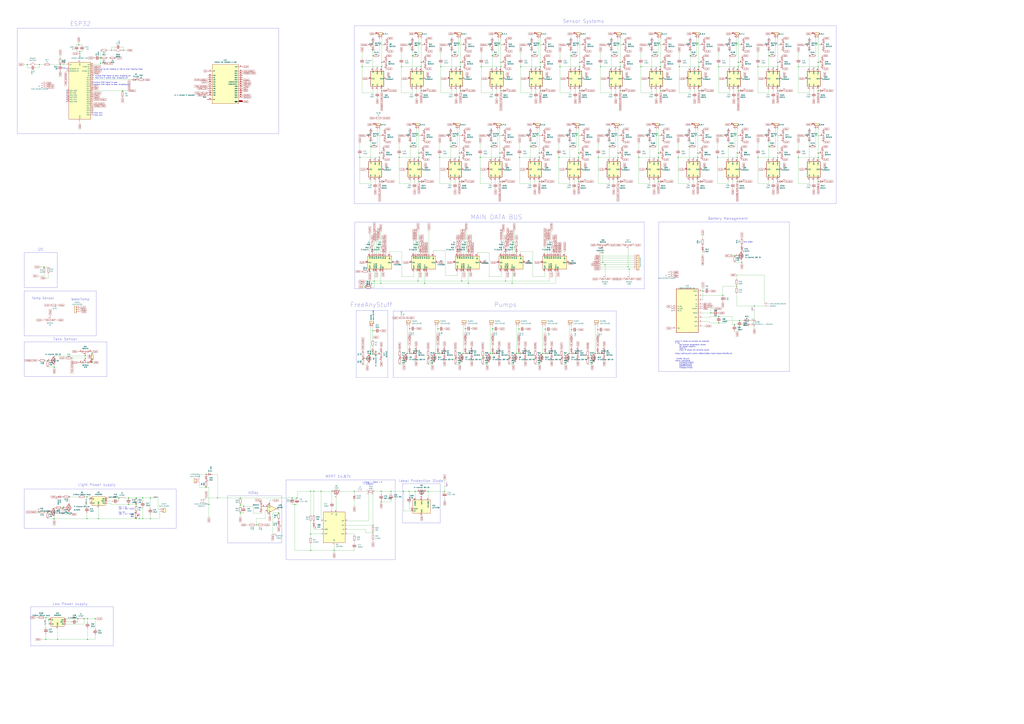
<source format=kicad_sch>
(kicad_sch
	(version 20231120)
	(generator "eeschema")
	(generator_version "8.0")
	(uuid "c26e8d55-0b6e-4c4e-b7c8-b1fed973201c")
	(paper "A0")
	(title_block
		(title "Plant Controller")
		(date "2020-12-21")
		(rev "0.4a")
		(company "C3MA")
	)
	
	(junction
		(at 242.57 586.105)
		(diameter 0)
		(color 0 0 0 0)
		(uuid "006314ff-9060-4674-a7fc-dac02fc6a66c")
	)
	(junction
		(at 673.1 105.41)
		(diameter 0)
		(color 0 0 0 0)
		(uuid "00aa2668-7899-44bb-a923-035a5475c9ad")
	)
	(junction
		(at 279.019 586.867)
		(diameter 0)
		(color 0 0 0 0)
		(uuid "01041127-725b-4ce5-8f58-38fb3fd24a79")
	)
	(junction
		(at 861.441 304.8)
		(diameter 0)
		(color 0 0 0 0)
		(uuid "019516b6-2017-4782-b9e1-e6df47d40092")
	)
	(junction
		(at 627.38 77.47)
		(diameter 0)
		(color 0 0 0 0)
		(uuid "0291157f-d7a2-4e88-97aa-293b4ab12f27")
	)
	(junction
		(at 110.49 718.82)
		(diameter 0)
		(color 0 0 0 0)
		(uuid "044b370d-4a42-4fab-a8a0-78f235931201")
	)
	(junction
		(at 949.96 182.88)
		(diameter 0)
		(color 0 0 0 0)
		(uuid "056f1730-6060-4578-83f3-c630b17a9fd6")
	)
	(junction
		(at 387.985 639.445)
		(diameter 0)
		(color 0 0 0 0)
		(uuid "064498dc-e504-4f86-9f3f-c7515e3a87b5")
	)
	(junction
		(at 100.965 577.215)
		(diameter 0)
		(color 0 0 0 0)
		(uuid "06d8b90d-baa0-4504-baff-642acafdb6f4")
	)
	(junction
		(at 440.69 52.07)
		(diameter 0)
		(color 0 0 0 0)
		(uuid "07c897fb-6e92-46c9-ad9b-9190d0fcc65a")
	)
	(junction
		(at 488.95 77.47)
		(diameter 0)
		(color 0 0 0 0)
		(uuid "08256309-d8fa-4ac4-96ab-6ef0e3d79fe3")
	)
	(junction
		(at 486.41 52.07)
		(diameter 0)
		(color 0 0 0 0)
		(uuid "08466ce7-69b1-4efe-8911-4f365d4c58e1")
	)
	(junction
		(at 472.948 410.718)
		(diameter 0)
		(color 0 0 0 0)
		(uuid "09028f9d-45e1-4366-826a-88a396abe002")
	)
	(junction
		(at 533.4 177.8)
		(diameter 0)
		(color 0 0 0 0)
		(uuid "09096109-fa68-4718-976b-56a87edb3540")
	)
	(junction
		(at 534.67 77.47)
		(diameter 0)
		(color 0 0 0 0)
		(uuid "0937071f-c53c-4d6c-9c38-692d95ed72bb")
	)
	(junction
		(at 602.488 410.718)
		(diameter 0)
		(color 0 0 0 0)
		(uuid "0a372b77-1bd4-4b2a-8539-3c6b9cb168d3")
	)
	(junction
		(at 239.268 566.293)
		(diameter 0)
		(color 0 0 0 0)
		(uuid "0af1c44b-ddbf-4d31-a823-e5834c357558")
	)
	(junction
		(at 143.51 58.42)
		(diameter 0)
		(color 0 0 0 0)
		(uuid "0c801748-df91-4145-83f3-9b19cb585cd0")
	)
	(junction
		(at 239.268 551.053)
		(diameter 0)
		(color 0 0 0 0)
		(uuid "0cbcfcf2-f3b3-4480-9680-29db347f36d4")
	)
	(junction
		(at 764.54 52.07)
		(diameter 0)
		(color 0 0 0 0)
		(uuid "0cc7469e-208a-4a36-9842-4bda7e989b43")
	)
	(junction
		(at 650.24 77.47)
		(diameter 0)
		(color 0 0 0 0)
		(uuid "0d124a42-ca50-4303-8c7d-675efcd05b50")
	)
	(junction
		(at 533.4 210.82)
		(diameter 0)
		(color 0 0 0 0)
		(uuid "0e6c51f3-9cf0-4d39-b867-957514a4cffb")
	)
	(junction
		(at 100.965 602.615)
		(diameter 0)
		(color 0 0 0 0)
		(uuid "0eea3930-0275-4c9f-97c6-e4491faf7ffd")
	)
	(junction
		(at 442.214 329.184)
		(diameter 0)
		(color 0 0 0 0)
		(uuid "100d0f8b-2f86-49dd-861e-b2d9c9a4a2d9")
	)
	(junction
		(at 810.26 210.82)
		(diameter 0)
		(color 0 0 0 0)
		(uuid "10a2f627-65be-4790-82c7-23fc30f1ebc8")
	)
	(junction
		(at 880.11 77.47)
		(diameter 0)
		(color 0 0 0 0)
		(uuid "1247d154-c222-40a3-bf20-e175c54609e1")
	)
	(junction
		(at 442.595 582.93)
		(diameter 0)
		(color 0 0 0 0)
		(uuid "136b5f16-d5fe-4c8a-8508-0e9ad86f8f43")
	)
	(junction
		(at 702.564 307.594)
		(diameter 0)
		(color 0 0 0 0)
		(uuid "14b6b14d-4e33-4c9c-a6d4-2829760e6cc4")
	)
	(junction
		(at 454.025 570.865)
		(diameter 0)
		(color 0 0 0 0)
		(uuid "15c019f7-a03b-47ae-a51c-abc73c51bd40")
	)
	(junction
		(at 833.12 182.88)
		(diameter 0)
		(color 0 0 0 0)
		(uuid "175fa201-c177-4f58-8dde-d5956f2a16ff")
	)
	(junction
		(at 438.15 157.48)
		(diameter 0)
		(color 0 0 0 0)
		(uuid "18e0c706-cdcf-4ef7-bafe-108bf0d8e7a5")
	)
	(junction
		(at 720.09 77.47)
		(diameter 0)
		(color 0 0 0 0)
		(uuid "1bb5276a-8f0f-410b-abfe-9ff2390407cd")
	)
	(junction
		(at 764.54 182.88)
		(diameter 0)
		(color 0 0 0 0)
		(uuid "1d5fcac9-4a29-4741-87c7-a1f394a7c143")
	)
	(junction
		(at 700.024 293.624)
		(diameter 0)
		(color 0 0 0 0)
		(uuid "1ec24ea8-049a-4547-addf-26eafaa81113")
	)
	(junction
		(at 297.561 609.981)
		(diameter 0)
		(color 0 0 0 0)
		(uuid "1ef17c59-222a-4989-aa08-3c7f869a2700")
	)
	(junction
		(at 627.38 105.41)
		(diameter 0)
		(color 0 0 0 0)
		(uuid "20de1a03-6ad7-4bce-aa43-c7f71c0bd4f4")
	)
	(junction
		(at 854.71 52.07)
		(diameter 0)
		(color 0 0 0 0)
		(uuid "20e9d8a1-6a1d-45fa-8e3f-949a8dfc4446")
	)
	(junction
		(at 580.39 210.82)
		(diameter 0)
		(color 0 0 0 0)
		(uuid "20f249eb-73f1-4c03-a215-0d9ce4b87b04")
	)
	(junction
		(at 558.8 77.47)
		(diameter 0)
		(color 0 0 0 0)
		(uuid "210116a8-ca16-4347-824d-d234d1470ec6")
	)
	(junction
		(at 430.276 411.48)
		(diameter 0)
		(color 0 0 0 0)
		(uuid "2124662e-0101-4907-a279-d22f77f179e9")
	)
	(junction
		(at 572.008 382.016)
		(diameter 0)
		(color 0 0 0 0)
		(uuid "2125b107-250d-44b9-ae2a-63555b15b96b")
	)
	(junction
		(at 423.926 333.248)
		(diameter 0)
		(color 0 0 0 0)
		(uuid "21c9489c-b7e7-411e-8242-06cb982ccdfb")
	)
	(junction
		(at 717.55 52.07)
		(diameter 0)
		(color 0 0 0 0)
		(uuid "2229d344-cb60-4539-b02a-c72401d1ef40")
	)
	(junction
		(at 693.928 410.718)
		(diameter 0)
		(color 0 0 0 0)
		(uuid "225164a2-0641-4a42-83a1-eb3ceb752f37")
	)
	(junction
		(at 811.53 72.39)
		(diameter 0)
		(color 0 0 0 0)
		(uuid "226bed9c-0a6f-4bd0-813b-9392b44d9d1d")
	)
	(junction
		(at 540.258 381.762)
		(diameter 0)
		(color 0 0 0 0)
		(uuid "22b03adb-32c5-4612-9736-645d72daaf12")
	)
	(junction
		(at 474.98 570.865)
		(diameter 0)
		(color 0 0 0 0)
		(uuid "243935e2-4f6a-429d-bbc1-4327fafdf466")
	)
	(junction
		(at 902.97 72.39)
		(diameter 0)
		(color 0 0 0 0)
		(uuid "24d08619-518e-4098-984b-359c175f8d44")
	)
	(junction
		(at 476.25 170.18)
		(diameter 0)
		(color 0 0 0 0)
		(uuid "2743e494-c376-4611-b96b-27e9396dcdfe")
	)
	(junction
		(at 165.735 578.485)
		(diameter 0)
		(color 0 0 0 0)
		(uuid "27bdfd08-9fa2-4018-8386-f5f9458ea23f")
	)
	(junction
		(at 560.578 415.798)
		(diameter 0)
		(color 0 0 0 0)
		(uuid "288439ce-4d40-4524-9a56-c937c30e7f5c")
	)
	(junction
		(at 104.267 579.628)
		(diameter 0)
		(color 0 0 0 0)
		(uuid "2977a76b-3c36-4356-9c23-ef25b0e79774")
	)
	(junction
		(at 632.968 410.718)
		(diameter 0)
		(color 0 0 0 0)
		(uuid "2affe026-8dd0-4fb0-90f9-21a8fa9a4bdc")
	)
	(junction
		(at 669.29 157.48)
		(diameter 0)
		(color 0 0 0 0)
		(uuid "2b3eaa0b-2344-48c6-b38e-464d8b2a5dce")
	)
	(junction
		(at 486.41 177.8)
		(diameter 0)
		(color 0 0 0 0)
		(uuid "2d987caf-ac1d-4744-a3c5-f14501a3c0db")
	)
	(junction
		(at 810.26 177.8)
		(diameter 0)
		(color 0 0 0 0)
		(uuid "2da75737-a4ca-49a8-92da-47dd6a88f47e")
	)
	(junction
		(at 694.69 182.88)
		(diameter 0)
		(color 0 0 0 0)
		(uuid "2dca3751-8e97-49d3-b339-07a6a466870d")
	)
	(junction
		(at 853.186 297.18)
		(diameter 0)
		(color 0 0 0 0)
		(uuid "2e5d7e3a-d510-4703-91de-7e2ba8a4a274")
	)
	(junction
		(at 62.865 602.615)
		(diameter 0)
		(color 0 0 0 0)
		(uuid "30c447cc-ce18-498c-a30a-de1223bde459")
	)
	(junction
		(at 662.94 64.77)
		(diameter 0)
		(color 0 0 0 0)
		(uuid "31e40d4a-0b31-4e6b-9547-6305b5630b68")
	)
	(junction
		(at 73.025 589.915)
		(diameter 0)
		(color 0 0 0 0)
		(uuid "33109daa-b629-475e-bf83-217328126604")
	)
	(junction
		(at 142.24 105.41)
		(diameter 0)
		(color 0 0 0 0)
		(uuid "34635836-75fc-4726-88ba-00c05f9b5f51")
	)
	(junction
		(at 475.488 410.718)
		(diameter 0)
		(color 0 0 0 0)
		(uuid "34e846f7-9dcf-4f40-8420-68c319584cee")
	)
	(junction
		(at 51.054 310.134)
		(diameter 0)
		(color 0 0 0 0)
		(uuid "37004126-8324-4e79-9b08-419ef1721827")
	)
	(junction
		(at 344.805 578.485)
		(diameter 0)
		(color 0 0 0 0)
		(uuid "394a6417-c4c4-43a0-ad22-7a964e628e7d")
	)
	(junction
		(at 709.93 64.77)
		(diameter 0)
		(color 0 0 0 0)
		(uuid "3c301991-dc9e-4f43-9128-66bfd71d7c13")
	)
	(junction
		(at 279.019 596.138)
		(diameter 0)
		(color 0 0 0 0)
		(uuid "3d8fb177-4b5a-4526-95fd-c4109587c044")
	)
	(junction
		(at 92.71 59.69)
		(diameter 0)
		(color 0 0 0 0)
		(uuid "3fb7e5b1-698b-4b54-8155-c08dfe31c42d")
	)
	(junction
		(at 839.343 343.281)
		(diameter 0)
		(color 0 0 0 0)
		(uuid "41246bb7-c8e2-4c38-9094-9b2d2a32bbbe")
	)
	(junction
		(at 660.908 410.718)
		(diameter 0)
		(color 0 0 0 0)
		(uuid "415b2ab4-f4dd-4fee-870b-9ba95dac6a8b")
	)
	(junction
		(at 767.08 105.41)
		(diameter 0)
		(color 0 0 0 0)
		(uuid "4354cd5a-2fed-4af9-af80-8e5138abc8b6")
	)
	(junction
		(at 440.69 210.82)
		(diameter 0)
		(color 0 0 0 0)
		(uuid "4479d223-9a77-4250-8ede-fec47313a2f0")
	)
	(junction
		(at 158.115 602.615)
		(diameter 0)
		(color 0 0 0 0)
		(uuid "44cd3143-c150-4d17-bd07-6ba56767d7c5")
	)
	(junction
		(at 875.919 355.473)
		(diameter 0)
		(color 0 0 0 0)
		(uuid "4508e97c-f8e4-4ecb-9775-d92576a69269")
	)
	(junction
		(at 845.82 170.18)
		(diameter 0)
		(color 0 0 0 0)
		(uuid "45e6ea4d-1ae0-4fdc-823f-0b8b86795711")
	)
	(junction
		(at 516.255 570.865)
		(diameter 0)
		(color 0 0 0 0)
		(uuid "464f670a-23da-4072-9135-c7f8cde45344")
	)
	(junction
		(at 505.968 410.718)
		(diameter 0)
		(color 0 0 0 0)
		(uuid "477944b3-0f91-44bb-99ca-1f00b91186f2")
	)
	(junction
		(at 741.68 182.88)
		(diameter 0)
		(color 0 0 0 0)
		(uuid "4785108c-8558-4438-8cc1-10bc36f1d766")
	)
	(junction
		(at 511.81 77.47)
		(diameter 0)
		(color 0 0 0 0)
		(uuid "48860968-10fd-4376-b0b5-b1e0357fbf1d")
	)
	(junction
		(at 440.69 177.8)
		(diameter 0)
		(color 0 0 0 0)
		(uuid "4acc3ea6-e0bd-49be-9073-184494766951")
	)
	(junction
		(at 615.95 170.18)
		(diameter 0)
		(color 0 0 0 0)
		(uuid "4ba43b26-3cfb-46fa-a35a-6fb114dee778")
	)
	(junction
		(at 497.078 415.798)
		(diameter 0)
		(color 0 0 0 0)
		(uuid "4c43d807-6025-4458-873e-b0e60bc37c3c")
	)
	(junction
		(at 834.39 77.47)
		(diameter 0)
		(color 0 0 0 0)
		(uuid "4cd0c740-4e02-45a2-b036-c71b088c4a0e")
	)
	(junction
		(at 532.13 52.07)
		(diameter 0)
		(color 0 0 0 0)
		(uuid "4f4c6f69-a183-4f84-9d64-6e5dc077d658")
	)
	(junction
		(at 149.225 578.485)
		(diameter 0)
		(color 0 0 0 0)
		(uuid "4fc5b79a-48b8-4875-b2fa-ce2c0b207ed6")
	)
	(junction
		(at 880.11 182.88)
		(diameter 0)
		(color 0 0 0 0)
		(uuid "51396988-d3d0-4ff2-87e4-6f9dbc1220f3")
	)
	(junction
		(at 572.008 410.718)
		(diameter 0)
		(color 0 0 0 0)
		(uuid "547e0024-8ca5-4fd9-9ed0-6e6fa4efe2d1")
	)
	(junction
		(at 429.514 315.468)
		(diameter 0)
		(color 0 0 0 0)
		(uuid "54c228c6-a419-4461-b51c-f4689ab11c16")
	)
	(junction
		(at 648.97 182.88)
		(diameter 0)
		(color 0 0 0 0)
		(uuid "54e7dc2f-bc56-4792-9ac4-117d8dbca40c")
	)
	(junction
		(at 632.968 382.524)
		(diameter 0)
		(color 0 0 0 0)
		(uuid "54f14d31-ee75-4d90-bbd6-d53b9269dae6")
	)
	(junction
		(at 468.63 570.865)
		(diameter 0)
		(color 0 0 0 0)
		(uuid "55707df8-1ce8-4b01-b189-1ba64f13e6d9")
	)
	(junction
		(at 411.48 570.865)
		(diameter 0)
		(color 0 0 0 0)
		(uuid "557c9344-c4f5-407c-87a3-c05772708fc7")
	)
	(junction
		(at 617.22 64.77)
		(diameter 0)
		(color 0 0 0 0)
		(uuid "56f832ea-d1cc-4984-8a8b-0e7133ede2c5")
	)
	(junction
		(at 543.814 329.184)
		(diameter 0)
		(color 0 0 0 0)
		(uuid "571b3a6c-6e61-4f9f-818f-0b28c631e46f")
	)
	(junction
		(at 858.647 372.237)
		(diameter 0)
		(color 0 0 0 0)
		(uuid "571c9066-df12-43af-bb34-ea8f17352e33")
	)
	(junction
		(at 55.372 418.846)
		(diameter 0)
		(color 0 0 0 0)
		(uuid "5a159a05-57fa-411f-9de3-7f0e035fb745")
	)
	(junction
		(at 161.925 602.615)
		(diameter 0)
		(color 0 0 0 0)
		(uuid "5a782664-d096-4b9f-8da4-e576a5adbff8")
	)
	(junction
		(at 433.07 610.235)
		(diameter 0)
		(color 0 0 0 0)
		(uuid "5aef8b40-8452-4805-a5e4-da8d93469853")
	)
	(junction
		(at 483.87 157.48)
		(diameter 0)
		(color 0 0 0 0)
		(uuid "5c0f7831-90bd-4a4c-9d4c-2da3b5672d2b")
	)
	(junction
		(at 949.96 210.82)
		(diameter 0)
		(color 0 0 0 0)
		(uuid "5ceaf71a-e41b-43cf-9440-19b0bfa04e5b")
	)
	(junction
		(at 464.058 415.798)
		(diameter 0)
		(color 0 0 0 0)
		(uuid "5df117be-4263-48e0-a710-5721bdeecfb9")
	)
	(junction
		(at 581.66 105.41)
		(diameter 0)
		(color 0 0 0 0)
		(uuid "5df17aa2-8dfb-48ae-8685-e7ce31adb84a")
	)
	(junction
		(at 720.09 72.39)
		(diameter 0)
		(color 0 0 0 0)
		(uuid "5e07ad26-e150-4199-ab31-eb5040da53d6")
	)
	(junction
		(at 949.96 72.39)
		(diameter 0)
		(color 0 0 0 0)
		(uuid "5fa7f66d-45ff-4878-ba71-365eed5d84cd")
	)
	(junction
		(at 497.205 570.865)
		(diameter 0)
		(color 0 0 0 0)
		(uuid "60684402-d96a-439d-a47a-f1940a639b1b")
	)
	(junction
		(at 671.83 177.8)
		(diameter 0)
		(color 0 0 0 0)
		(uuid "617af57a-6f8e-481b-b79f-b9a3cfaf16ce")
	)
	(junction
		(at 53.34 742.95)
		(diameter 0)
		(color 0 0 0 0)
		(uuid "62e83d49-6450-4f8e-9161-9823cbd9fa8a")
	)
	(junction
		(at 360.68 639.445)
		(diameter 0)
		(color 0 0 0 0)
		(uuid "62e8e510-5776-41a5-b7ef-659764595cf0")
	)
	(junction
		(at 807.72 157.48)
		(diameter 0)
		(color 0 0 0 0)
		(uuid "65204e4c-c54f-4ce3-995b-3b8f72dee35a")
	)
	(junction
		(at 787.4 182.88)
		(diameter 0)
		(color 0 0 0 0)
		(uuid "65736e5b-6052-4c51-af65-3f96debe5037")
	)
	(junction
		(at 939.8 64.77)
		(diameter 0)
		(color 0 0 0 0)
		(uuid "65cbc274-d7cb-42c3-8f8f-60f9d792fdf2")
	)
	(junction
		(at 670.56 52.07)
		(diameter 0)
		(color 0 0 0 0)
		(uuid "66ccc91c-e1df-471f-b2c3-ab0b4c9054c7")
	)
	(junction
		(at 485.394 326.644)
		(diameter 0)
		(color 0 0 0 0)
		(uuid "68f4d8af-c27e-4056-a2a9-dbd2514de570")
	)
	(junction
		(at 442.595 570.865)
		(diameter 0)
		(color 0 0 0 0)
		(uuid "697147b1-0224-4f54-a454-fb14851852a2")
	)
	(junction
		(at 720.09 105.41)
		(diameter 0)
		(color 0 0 0 0)
		(uuid "6b976759-90c3-48f0-a6ef-e59cc04749c7")
	)
	(junction
		(at 481.965 570.865)
		(diameter 0)
		(color 0 0 0 0)
		(uuid "6b9d9747-b3ff-43d2-8486-466834aa4452")
	)
	(junction
		(at 602.488 382.27)
		(diameter 0)
		(color 0 0 0 0)
		(uuid "6c849387-b46a-4c70-adb8-4a7816d1702c")
	)
	(junction
		(at 902.97 182.88)
		(diameter 0)
		(color 0 0 0 0)
		(uuid "6e0838ab-f2e2-49d5-a845-cb60e1e79307")
	)
	(junction
		(at 137.795 578.485)
		(diameter 0)
		(color 0 0 0 0)
		(uuid "6e8888f6-ec84-4dea-a75b-c49e51edec1e")
	)
	(junction
		(at 586.994 326.644)
		(diameter 0)
		(color 0 0 0 0)
		(uuid "6f775e6c-425b-4467-9456-84a9fc9d7d35")
	)
	(junction
		(at 599.948 410.718)
		(diameter 0)
		(color 0 0 0 0)
		(uuid "74872d2f-df92-44ce-a737-7d0693ac46a3")
	)
	(junction
		(at 252.603 578.485)
		(diameter 0)
		(color 0 0 0 0)
		(uuid "74d5e0e4-cd91-4e01-8980-afaf347113fd")
	)
	(junction
		(at 99.06 413.512)
		(diameter 0)
		(color 0 0 0 0)
		(uuid "750169c9-8dda-4196-8b70-7629a1386317")
	)
	(junction
		(at 754.38 170.18)
		(diameter 0)
		(color 0 0 0 0)
		(uuid "755e7c01-7fbd-4b6b-a35b-f8ace9c84059")
	)
	(junction
		(at 764.54 177.8)
		(diameter 0)
		(color 0 0 0 0)
		(uuid "7680ffe6-e942-469f-ba4d-7b9667ad6e1b")
	)
	(junction
		(at 478.79 64.77)
		(diameter 0)
		(color 0 0 0 0)
		(uuid "771c7e99-805a-4e44-85bd-0da8373a89ae")
	)
	(junction
		(at 524.51 64.77)
		(diameter 0)
		(color 0 0 0 0)
		(uuid "77ff220f-b888-4c85-a233-e6d8b49cc4e3")
	)
	(junction
		(at 385.445 570.865)
		(diameter 0)
		(color 0 0 0 0)
		(uuid "792fa4db-0ff6-47c2-b282-e4d8f6701888")
	)
	(junction
		(at 579.12 52.07)
		(diameter 0)
		(color 0 0 0 0)
		(uuid "7ac4fb1b-c515-4587-a49c-80a96e67ee05")
	)
	(junction
		(at 810.26 182.88)
		(diameter 0)
		(color 0 0 0 0)
		(uuid "7b027a2d-0f3a-45a8-ae29-1daaec674f65")
	)
	(junction
		(at 116.84 67.31)
		(diameter 0)
		(color 0 0 0 0)
		(uuid "7b4c2328-723f-468e-a43d-b3b217eaac64")
	)
	(junction
		(at 417.83 182.88)
		(diameter 0)
		(color 0 0 0 0)
		(uuid "7bfb5a0b-e21d-4384-b179-6da39c383739")
	)
	(junction
		(at 855.98 177.8)
		(diameter 0)
		(color 0 0 0 0)
		(uuid "7ca049b0-3853-4bc5-a7c8-0ff4943a4da3")
	)
	(junction
		(at 707.39 170.18)
		(diameter 0)
		(color 0 0 0 0)
		(uuid "7d2ffaa0-e04f-4276-95e0-08660c987bee")
	)
	(junction
		(at 949.96 177.8)
		(diameter 0)
		(color 0 0 0 0)
		(uuid "7d3effd5-eeea-41d3-9fa3-f3e707aa3547")
	)
	(junction
		(at 66.802 742.95)
		(diameter 0)
		(color 0 0 0 0)
		(uuid "7ea02348-2ae2-4ac7-a02a-9029063eb3d7")
	)
	(junction
		(at 434.594 326.644)
		(diameter 0)
		(color 0 0 0 0)
		(uuid "805ba7db-9e85-428e-9f5b-9063e8278c60")
	)
	(junction
		(at 621.538 415.798)
		(diameter 0)
		(color 0 0 0 0)
		(uuid "80f5b8a1-cdbe-4850-a609-339b8c898669")
	)
	(junction
		(at 729.234 310.134)
		(diameter 0)
		(color 0 0 0 0)
		(uuid "819a85d3-cd43-455c-8023-715c1f29dcd2")
	)
	(junction
		(at 581.66 72.39)
		(diameter 0)
		(color 0 0 0 0)
		(uuid "8225e333-80d8-4295-ae81-9381467a8852")
	)
	(junction
		(at 80.645 577.215)
		(diameter 0)
		(color 0 0 0 0)
		(uuid "82572895-6594-489b-b5dd-a8b4d09bcb09")
	)
	(junction
		(at 855.98 210.82)
		(diameter 0)
		(color 0 0 0 0)
		(uuid "82ffee17-895e-431b-b599-2c6c2410e332")
	)
	(junction
		(at 97.79 718.82)
		(diameter 0)
		(color 0 0 0 0)
		(uuid "843e9870-799e-444a-a4e6-716ced5cbe43")
	)
	(junction
		(at 604.52 77.47)
		(diameter 0)
		(color 0 0 0 0)
		(uuid "863e1d95-9eac-44c6-be76-0633996c7555")
	)
	(junction
		(at 510.54 182.88)
		(diameter 0)
		(color 0 0 0 0)
		(uuid "88ab3f5d-2458-416d-9091-2696065ca0ec")
	)
	(junction
		(at 762 157.48)
		(diameter 0)
		(color 0 0 0 0)
		(uuid "88fd008b-8f19-40b4-b0f2-463d33ee4f9c")
	)
	(junction
		(at 892.81 64.77)
		(diameter 0)
		(color 0 0 0 0)
		(uuid "89afa966-b2d1-4c49-9b36-f745e856f709")
	)
	(junction
		(at 443.23 77.47)
		(diameter 0)
		(color 0 0 0 0)
		(uuid "89d548a8-bdb5-4e23-a199-0bbbedd4997d")
	)
	(junction
		(at 364.49 570.865)
		(diameter 0)
		(color 0 0 0 0)
		(uuid "8badbd3a-472d-49c6-9995-2681ebcad861")
	)
	(junction
		(at 671.83 210.82)
		(diameter 0)
		(color 0 0 0 0)
		(uuid "8c093cb3-77f3-4dda-9697-194f266a7e72")
	)
	(junction
		(at 947.42 157.48)
		(diameter 0)
		(color 0 0 0 0)
		(uuid "8d07beb1-b6f8-4a89-9393-a69158aac925")
	)
	(junction
		(at 83.566 416.052)
		(diameter 0)
		(color 0 0 0 0)
		(uuid "8dbf3f53-4dbe-4577-8253-5d3d05e20a7d")
	)
	(junction
		(at 528.828 415.798)
		(diameter 0)
		(color 0 0 0 0)
		(uuid "8ddc18df-7f6d-40fe-971f-5b7ea913cac2")
	)
	(junction
		(at 744.22 77.47)
		(diameter 0)
		(color 0 0 0 0)
		(uuid "8debd7b6-0066-4169-b949-daab0e7da110")
	)
	(junction
		(at 623.57 157.48)
		(diameter 0)
		(color 0 0 0 0)
		(uuid "8ef3e30c-42b6-465f-a448-23fe6906f0b2")
	)
	(junction
		(at 443.23 105.41)
		(diameter 0)
		(color 0 0 0 0)
		(uuid "8ff62b5c-bc77-4820-888f-4a6ece745d24")
	)
	(junction
		(at 56.642 720.09)
		(diameter 0)
		(color 0 0 0 0)
		(uuid "9330ab14-2e88-49fc-b8ec-647acef19c05")
	)
	(junction
		(at 949.96 105.41)
		(diameter 0)
		(color 0 0 0 0)
		(uuid "93a355b3-4747-473b-8431-31e17aa68877")
	)
	(junction
		(at 433.07 64.77)
		(diameter 0)
		(color 0 0 0 0)
		(uuid "9576a06f-b593-41da-bbfe-e06c442136f2")
	)
	(junction
		(at 627.38 72.39)
		(diameter 0)
		(color 0 0 0 0)
		(uuid "9663c610-3dc9-497c-93a1-678b867c2886")
	)
	(junction
		(at 158.115 586.105)
		(diameter 0)
		(color 0 0 0 0)
		(uuid "96f15460-13f3-4312-89f8-b71934eaedb8")
	)
	(junction
		(at 114.427 602.615)
		(diameter 0)
		(color 0 0 0 0)
		(uuid "977868cb-abe1-483f-8f43-5a8a20726067")
	)
	(junction
		(at 557.53 182.88)
		(diameter 0)
		(color 0 0 0 0)
		(uuid "993535bb-5b30-47db-aafd-1534a34e630a")
	)
	(junction
		(at 900.43 52.07)
		(diameter 0)
		(color 0 0 0 0)
		(uuid "9cc7a172-ae49-4913-9055-39d5ef3fef9f")
	)
	(junction
		(at 756.92 64.77)
		(diameter 0)
		(color 0 0 0 0)
		(uuid "9d33b90f-13aa-446e-a5f9-263ea35835eb")
	)
	(junction
		(at 902.97 105.41)
		(diameter 0)
		(color 0 0 0 0)
		(uuid "9ebfcd01-ea5d-49db-84aa-d06db7dd8cc0")
	)
	(junction
		(at 811.53 105.41)
		(diameter 0)
		(color 0 0 0 0)
		(uuid "9f152d33-fbfb-4f9a-bb8c-6fce1e7aba66")
	)
	(junction
		(at 116.84 73.66)
		(diameter 0)
		(color 0 0 0 0)
		(uuid "a0730129-d1bd-4c8d-80b3-9e1b49e3af99")
	)
	(junction
		(at 800.1 170.18)
		(diameter 0)
		(color 0 0 0 0)
		(uuid "a11f2e2b-c0ca-452c-864a-0a4b38092ab8")
	)
	(junction
		(at 663.448 383.032)
		(diameter 0)
		(color 0 0 0 0)
		(uuid "a1d7e5c8-d217-457c-b56c-ecad97fd4c0e")
	)
	(junction
		(at 949.96 77.47)
		(diameter 0)
		(color 0 0 0 0)
		(uuid "a20fdc64-be45-4cca-94be-3e663d9612b6")
	)
	(junction
		(at 691.388 410.718)
		(diameter 0)
		(color 0 0 0 0)
		(uuid "a29c0663-342d-4535-aac0-b31dad8318cf")
	)
	(junction
		(at 488.95 105.41)
		(diameter 0)
		(color 0 0 0 0)
		(uuid "a2d0682d-d97e-4a7b-a7ed-fcacc763e719")
	)
	(junction
		(at 129.54 58.42)
		(diameter 0)
		(color 0 0 0 0)
		(uuid "a3104c80-278d-416a-b409-fd08d784c6c7")
	)
	(junction
		(at 486.41 210.82)
		(diameter 0)
		(color 0 0 0 0)
		(uuid "a3f773d2-5e55-434e-8f14-034d1dd22cd2")
	)
	(junction
		(at 570.23 170.18)
		(diameter 0)
		(color 0 0 0 0)
		(uuid "a481edbc-753e-459d-be51-d15b582ed0dc")
	)
	(junction
		(at 488.95 72.39)
		(diameter 0)
		(color 0 0 0 0)
		(uuid "a51dad76-ee1b-420e-ab4a-b57bb17c6457")
	)
	(junction
		(at 717.55 210.82)
		(diameter 0)
		(color 0 0 0 0)
		(uuid "a52b9040-29e8-4f09-9c60-871ac2718a13")
	)
	(junction
		(at 508.508 410.718)
		(diameter 0)
		(color 0 0 0 0)
		(uuid "a685894a-983c-450f-b9c3-4d7e6d929974")
	)
	(junction
		(at 174.625 602.615)
		(diameter 0)
		(color 0 0 0 0)
		(uuid "a70da482-a861-4e2f-9d2b-6183a6f0f87e")
	)
	(junction
		(at 44.704 594.995)
		(diameter 0)
		(color 0 0 0 0)
		(uuid "a757038c-5365-4452-9233-cd270451996f")
	)
	(junction
		(at 530.86 157.48)
		(diameter 0)
		(color 0 0 0 0)
		(uuid "a87df46c-4cff-4236-9f4f-14695f384b58")
	)
	(junction
		(at 433.07 619.125)
		(diameter 0)
		(color 0 0 0 0)
		(uuid "a8c1d291-f95c-499f-a8f0-8d347b07d19e")
	)
	(junction
		(at 372.745 570.865)
		(diameter 0)
		(color 0 0 0 0)
		(uuid "a90e40e7-9f3e-4a7e-bc30-d292bc1ab9ed")
	)
	(junction
		(at 360.68 570.865)
		(diameter 0)
		(color 0 0 0 0)
		(uuid "a918e227-4862-4ef1-b1b4-1ecbab47421d")
	)
	(junction
		(at 673.1 72.39)
		(diameter 0)
		(color 0 0 0 0)
		(uuid "a986dba8-d929-48dd-9e7a-f344bbf05228")
	)
	(junction
		(at 106.934 421.132)
		(diameter 0)
		(color 0 0 0 0)
		(uuid "a99f2dd3-1db5-4646-bd5d-42af73cee85a")
	)
	(junction
		(at 661.67 170.18)
		(diameter 0)
		(color 0 0 0 0)
		(uuid "aa09def5-302a-4ac5-9e1e-619a3c3908a6")
	)
	(junction
		(at 342.265 586.105)
		(diameter 0)
		(color 0 0 0 0)
		(uuid "aa0d7669-67ff-4603-888b-7d15a03d73a6")
	)
	(junction
		(at 158.115 578.485)
		(diameter 0)
		(color 0 0 0 0)
		(uuid "aa659c87-6d9f-4a94-913b-ec00337baaa9")
	)
	(junction
		(at 717.55 182.88)
		(diameter 0)
		(color 0 0 0 0)
		(uuid "aae34ba1-f38d-4bd3-b9e2-391e50953d3f")
	)
	(junction
		(at 149.225 586.105)
		(diameter 0)
		(color 0 0 0 0)
		(uuid "ab83cc7b-a4bb-42ce-806a-ad57b1f1f16f")
	)
	(junction
		(at 816.229 338.201)
		(diameter 0)
		(color 0 0 0 0)
		(uuid "abed498a-7286-4258-a6a3-0ad40837fa9c")
	)
	(junction
		(at 282.829 588.518)
		(diameter 0)
		(color 0 0 0 0)
		(uuid "ac18742b-0669-4417-bf96-99d1ab0ff75f")
	)
	(junction
		(at 682.498 415.798)
		(diameter 0)
		(color 0 0 0 0)
		(uuid "ac6041ae-1077-46a6-b33a-6e568b0f7d89")
	)
	(junction
		(at 463.55 182.88)
		(diameter 0)
		(color 0 0 0 0)
		(uuid "acddd3cc-48f7-46ee-975a-53caf82611b3")
	)
	(junction
		(at 902.97 210.82)
		(diameter 0)
		(color 0 0 0 0)
		(uuid "ad39dec3-1625-482d-88d3-f5ff87a4c3b7")
	)
	(junction
		(at 508.508 382.016)
		(diameter 0)
		(color 0 0 0 0)
		(uuid "ae161ff6-e303-4db5-b037-b1f45682a4bb")
	)
	(junction
		(at 420.37 77.47)
		(diameter 0)
		(color 0 0 0 0)
		(uuid "ae74cbfc-b1c5-4ed6-b903-3e540362c04d")
	)
	(junction
		(at 486.41 182.88)
		(diameter 0)
		(color 0 0 0 0)
		(uuid "af19a906-bdca-4144-82f2-e4cf11d12528")
	)
	(junction
		(at 697.23 77.47)
		(diameter 0)
		(color 0 0 0 0)
		(uuid "b07eef50-598d-482e-a424-e47cc97fdc9a")
	)
	(junction
		(at 855.98 182.88)
		(diameter 0)
		(color 0 0 0 0)
		(uuid "b0d18b80-4e26-4a1b-9efa-cbea5878e011")
	)
	(junction
		(at 534.67 72.39)
		(diameter 0)
		(color 0 0 0 0)
		(uuid "b3193f61-4fd1-4f1f-b523-221742d8fc6a")
	)
	(junction
		(at 323.596 596.011)
		(diameter 0)
		(color 0 0 0 0)
		(uuid "b3465a47-f032-463a-8cb4-a402cd509d71")
	)
	(junction
		(at 594.614 329.184)
		(diameter 0)
		(color 0 0 0 0)
		(uuid "b491ef7e-d4fc-40bc-b76f-5d1efaed3d79")
	)
	(junction
		(at 603.25 182.88)
		(diameter 0)
		(color 0 0 0 0)
		(uuid "b64957d5-8ce0-43d6-9587-6f71112a6b09")
	)
	(junction
		(at 939.8 170.18)
		(diameter 0)
		(color 0 0 0 0)
		(uuid "b6c9f8c6-65fe-4bf3-8ed5-c36dad43bbac")
	)
	(junction
		(at 808.99 52.07)
		(diameter 0)
		(color 0 0 0 0)
		(uuid "b73b586a-1e15-476d-b602-92b2edb424a4")
	)
	(junction
		(at 466.09 77.47)
		(diameter 0)
		(color 0 0 0 0)
		(uuid "baaa3d38-45c3-47b1-9b56-f65b42bae8ff")
	)
	(junction
		(at 902.97 177.8)
		(diameter 0)
		(color 0 0 0 0)
		(uuid "bbebfda1-bd5b-4c84-a509-2953f28b59de")
	)
	(junction
		(at 534.67 105.41)
		(diameter 0)
		(color 0 0 0 0)
		(uuid "bfa35e35-8afe-43b6-8b84-34812569540d")
	)
	(junction
		(at 571.5 64.77)
		(diameter 0)
		(color 0 0 0 0)
		(uuid "bfa9bba0-8687-46b7-9688-b568b8fbf2d8")
	)
	(junction
		(at 533.4 182.88)
		(diameter 0)
		(color 0 0 0 0)
		(uuid "c00d984e-2e86-4935-9669-b4e2e09d259a")
	)
	(junction
		(at 80.645 597.535)
		(diameter 0)
		(color 0 0 0 0)
		(uuid "c1341956-3e76-4b89-ab41-469a1db0015c")
	)
	(junction
		(at 663.448 410.718)
		(diameter 0)
		(color 0 0 0 0)
		(uuid "c1611925-d0ac-42a4-83ae-6844b1cb71e3")
	)
	(junction
		(at 671.83 182.88)
		(diameter 0)
		(color 0 0 0 0)
		(uuid "c2314641-f31c-4508-af78-2f57e4a7f505")
	)
	(junction
		(at 717.55 177.8)
		(diameter 0)
		(color 0 0 0 0)
		(uuid "c23641d5-260f-4ad0-be8f-016a083bf6ef")
	)
	(junction
		(at 99.06 416.052)
		(diameter 0)
		(color 0 0 0 0)
		(uuid "c2c812ed-41b4-4200-984f-e76eae1d14de")
	)
	(junction
		(at 45.72 74.93)
		(diameter 0)
		(color 0 0 0 0)
		(uuid "c39add44-ba76-41fb-8f18-28fa0366e282")
	)
	(junction
		(at 536.194 326.644)
		(diameter 0)
		(color 0 0 0 0)
		(uuid "c42e1dcf-3c54-4be7-944c-4e798c674b09")
	)
	(junction
		(at 577.85 157.48)
		(diameter 0)
		(color 0 0 0 0)
		(uuid "c49e5141-a8c3-445b-9e93-85da32f8107b")
	)
	(junction
		(at 475.488 381.762)
		(diameter 0)
		(color 0 0 0 0)
		(uuid "c6d07995-bb57-4c01-9d40-c8c408016a09")
	)
	(junction
		(at 847.09 64.77)
		(diameter 0)
		(color 0 0 0 0)
		(uuid "c76a3b96-2cb3-4fc8-b488-0dcca3440df1")
	)
	(junction
		(at 101.6 742.95)
		(diameter 0)
		(color 0 0 0 0)
		(uuid "cac620f5-0af6-41f8-9844-d9f07ee0c129")
	)
	(junction
		(at 360.68 620.395)
		(diameter 0)
		(color 0 0 0 0)
		(uuid "caf08951-498e-42d7-836c-4ada133aecad")
	)
	(junction
		(at 432.816 384.302)
		(diameter 0)
		(color 0 0 0 0)
		(uuid "cbfbbc2e-484a-4954-8dc2-c7386c5d1301")
	)
	(junction
		(at 443.23 72.39)
		(diameter 0)
		(color 0 0 0 0)
		(uuid "cc1742d7-8664-42cd-9d15-cf8aeaa0b9a8")
	)
	(junction
		(at 834.517 367.665)
		(diameter 0)
		(color 0 0 0 0)
		(uuid "cc2cd7a1-fffc-47d8-9f80-fed0488b65e2")
	)
	(junction
		(at 53.34 717.55)
		(diameter 0)
		(color 0 0 0 0)
		(uuid "cc922bc0-96bd-4b17-b53a-b9b1b8fdaebf")
	)
	(junction
		(at 767.08 72.39)
		(diameter 0)
		(color 0 0 0 0)
		(uuid "ce01895a-fa9a-4896-b7f2-fef5868cf82b")
	)
	(junction
		(at 927.1 182.88)
		(diameter 0)
		(color 0 0 0 0)
		(uuid "cf763fe7-b793-477f-8b36-cf7f7ea16c7d")
	)
	(junction
		(at 652.018 415.798)
		(diameter 0)
		(color 0 0 0 0)
		(uuid "d0ccfc37-9d2e-4994-b901-fab6c387aa2a")
	)
	(junction
		(at 947.42 52.07)
		(diameter 0)
		(color 0 0 0 0)
		(uuid "d0de847b-b27b-499b-ba58-ccb6ddef554b")
	)
	(junction
		(at 165.735 602.615)
		(diameter 0)
		(color 0 0 0 0)
		(uuid "d17c286e-9606-4cb2-902a-10021903ed9a")
	)
	(junction
		(at 767.08 77.47)
		(diameter 0)
		(color 0 0 0 0)
		(uuid "d19f645d-0776-4567-83ac-422b741007b2")
	)
	(junction
		(at 31.75 74.93)
		(diameter 0)
		(color 0 0 0 0)
		(uuid "d2b0a197-1410-44de-bdc3-e63959ff5b39")
	)
	(junction
		(at 855.345 332.613)
		(diameter 0)
		(color 0 0 0 0)
		(uuid "d5d6a42c-48b3-4a54-a79b-12276d91096b")
	)
	(junction
		(at 811.53 77.47)
		(diameter 0)
		(color 0 0 0 0)
		(uuid "d6249b35-f815-4a16-b140-ef126a1eaecd")
	)
	(junction
		(at 62.992 426.466)
		(diameter 0)
		(color 0 0 0 0)
		(uuid "d6db9766-b81b-4a66-bc0a-843f0aeb559b")
	)
	(junction
		(at 693.928 383.032)
		(diameter 0)
		(color 0 0 0 0)
		(uuid "d776c8dc-ee54-41b4-8224-e7ddbf0679dc")
	)
	(junction
		(at 523.24 170.18)
		(diameter 0)
		(color 0 0 0 0)
		(uuid "d8a00944-9420-4f81-bd75-7b3b2297eab4")
	)
	(junction
		(at 834.517 375.285)
		(diameter 0)
		(color 0 0 0 0)
		(uuid "da137c69-6bb9-4555-bf7f-fd4ad6c5fd06")
	)
	(junction
		(at 624.84 52.07)
		(diameter 0)
		(color 0 0 0 0)
		(uuid "dad7c4d9-e9a4-490d-a74d-9ca70d83b08c")
	)
	(junction
		(at 591.058 415.798)
		(diameter 0)
		(color 0 0 0 0)
		(uuid "db8fa153-556e-4fc4-a8b6-63a7062d08ed")
	)
	(junction
		(at 101.6 718.82)
		(diameter 0)
		(color 0 0 0 0)
		(uuid "dd5d2f91-6f31-4419-a01a-1ac3389098ab")
	)
	(junction
		(at 339.09 578.485)
		(diameter 0)
		(color 0 0 0 0)
		(uuid "dda3d65b-6f54-4ee4-b1a0-dc35f1b01992")
	)
	(junction
		(at 626.11 210.82)
		(diameter 0)
		(color 0 0 0 0)
		(uuid "ddaac910-dbbc-4f71-93d1-4ca36cfe2a9e")
	)
	(junction
		(at 673.1 77.47)
		(diameter 0)
		(color 0 0 0 0)
		(uuid "de83de5a-2769-4a7b-8454-7c9ad5a2b4b5")
	)
	(junction
		(at 90.17 718.82)
		(diameter 0)
		(color 0 0 0 0)
		(uuid "de92b6a6-7a53-41cb-a051-66e1e7d1d440")
	)
	(junction
		(at 764.54 210.82)
		(diameter 0)
		(color 0 0 0 0)
		(uuid "df43b5b0-9fac-41e5-8b6d-c827e0a474e8")
	)
	(junction
		(at 801.37 64.77)
		(diameter 0)
		(color 0 0 0 0)
		(uuid "e10fea58-570d-4a9b-90af-35f26f3417bf")
	)
	(junction
		(at 715.01 157.48)
		(diameter 0)
		(color 0 0 0 0)
		(uuid "e15599b4-8463-4c6f-81a0-0908e1c3655c")
	)
	(junction
		(at 857.25 77.47)
		(diameter 0)
		(color 0 0 0 0)
		(uuid "e1f7dc3d-d866-47bb-80f9-8771d06a7ca2")
	)
	(junction
		(at 440.69 182.88)
		(diameter 0)
		(color 0 0 0 0)
		(uuid "e3a331e8-76ad-4e3b-bda8-304e7637c83a")
	)
	(junction
		(at 421.386 416.56)
		(diameter 0)
		(color 0 0 0 0)
		(uuid "e3bac401-521f-443a-951f-18f502070861")
	)
	(junction
		(at 581.66 77.47)
		(diameter 0)
		(color 0 0 0 0)
		(uuid "e419400e-376b-44f2-b4bb-12e390e6ddd4")
	)
	(junction
		(at 493.014 329.184)
		(diameter 0)
		(color 0 0 0 0)
		(uuid "e464f851-f7e1-4e95-b3ff-5a5e1e06a88d")
	)
	(junction
		(at 174.625 578.485)
		(diameter 0)
		(color 0 0 0 0)
		(uuid "e48746df-7668-499a-98dc-b9ffcda2bccd")
	)
	(junction
		(at 55.245 594.995)
		(diameter 0)
		(color 0 0 0 0)
		(uuid "e4c2dbc9-3598-4718-afb3-500c7ff75445")
	)
	(junction
		(at 540.258 410.718)
		(diameter 0)
		(color 0 0 0 0)
		(uuid "e6344c4b-5e26-4315-8e1d-efd642df3581")
	)
	(junction
		(at 700.024 305.054)
		(diameter 0)
		(color 0 0 0 0)
		(uuid "e86900c0-86ce-4777-88bb-4f9ecf777fc0")
	)
	(junction
		(at 902.97 77.47)
		(diameter 0)
		(color 0 0 0 0)
		(uuid "e8d1e477-9845-4864-aec9-213dc6145eeb")
	)
	(junction
		(at 857.25 72.39)
		(diameter 0)
		(color 0 0 0 0)
		(uuid "e8d7404e-e887-42ff-8a1c-10a0d9ed18b4")
	)
	(junction
		(at 900.43 157.48)
		(diameter 0)
		(color 0 0 0 0)
		(uuid "e971213c-4a53-47a4-a45d-5a5356b582ff")
	)
	(junction
		(at 825.373 363.601)
		(diameter 0)
		(color 0 0 0 0)
		(uuid "ea2ed474-b80c-41c1-b8f5-085b08547d63")
	)
	(junction
		(at 852.805 377.317)
		(diameter 0)
		(color 0 0 0 0)
		(uuid "ea4d2cbb-15b1-43ba-9c85-87d68b81d9f6")
	)
	(junction
		(at 432.816 411.48)
		(diameter 0)
		(color 0 0 0 0)
		(uuid "ea81a12e-80a8-4055-a8fc-17c9562b0042")
	)
	(junction
		(at 431.546 329.184)
		(diameter 0)
		(color 0 0 0 0)
		(uuid "eb134ef6-0e32-46e8-9263-d8797dfe432d")
	)
	(junction
		(at 927.1 77.47)
		(diameter 0)
		(color 0 0 0 0)
		(uuid "ecf449a7-fc0d-4efa-963a-831e33aef54e")
	)
	(junction
		(at 69.85 74.93)
		(diameter 0)
		(color 0 0 0 0)
		(uuid "ed603a96-a752-490d-9f6b-e11a5c28a267")
	)
	(junction
		(at 92.71 62.23)
		(diameter 0)
		(color 0 0 0 0)
		(uuid "edd1736e-ff47-4d38-b8f9-f61bce7c4081")
	)
	(junction
		(at 630.428 410.718)
		(diameter 0)
		(color 0 0 0 0)
		(uuid "ee4ab3a4-59f7-4db1-a482-501b9cb3788f")
	)
	(junction
		(at 730.504 312.674)
		(diameter 0)
		(color 0 0 0 0)
		(uuid "ef25ea8a-6f53-4ead-85fb-dc902e324c3a")
	)
	(junction
		(at 580.39 182.88)
		(diameter 0)
		(color 0 0 0 0)
		(uuid "f1272b66-8075-42fc-bf0c-6e346953ad6b")
	)
	(junction
		(at 91.44 52.07)
		(diameter 0)
		(color 0 0 0 0)
		(uuid "f1a67806-2122-488a-be9e-3def99cac9b4")
	)
	(junction
		(at 537.718 410.718)
		(diameter 0)
		(color 0 0 0 0)
		(uuid "f33c1570-2595-49f1-9ca5-56aecadb8578")
	)
	(junction
		(at 626.11 182.88)
		(diameter 0)
		(color 0 0 0 0)
		(uuid "f542d3c1-6837-4fd6-9838-6cb45be1a894")
	)
	(junction
		(at 788.67 77.47)
		(diameter 0)
		(color 0 0 0 0)
		(uuid "f6f7afda-f4c8-4245-ac2e-b78c2517fbac")
	)
	(junction
		(at 626.11 177.8)
		(diameter 0)
		(color 0 0 0 0)
		(uuid "f717411f-7b07-4a93-93d4-7e15cf2b02d9")
	)
	(junction
		(at 580.39 177.8)
		(diameter 0)
		(color 0 0 0 0)
		(uuid "f7be6bf5-d874-49d9-8cad-a30c307241dc")
	)
	(junction
		(at 857.25 105.41)
		(diameter 0)
		(color 0 0 0 0)
		(uuid "f8a2b97e-3658-49c0-8412-29559c3493ee")
	)
	(junction
		(at 279.019 578.485)
		(diameter 0)
		(color 0 0 0 0)
		(uuid "f8a38d46-96e6-4602-a5ef-273ebd874162")
	)
	(junction
		(at 853.44 157.48)
		(diameter 0)
		(color 0 0 0 0)
		(uuid "fb42e88d-8d7d-43e1-8939-83e98032ab68")
	)
	(junction
		(at 892.81 170.18)
		(diameter 0)
		(color 0 0 0 0)
		(uuid "fb684483-d9bc-41de-8888-d0e675641ada")
	)
	(junction
		(at 430.53 170.18)
		(diameter 0)
		(color 0 0 0 0)
		(uuid "fbe7dca1-660d-4061-b166-25bbcc48b210")
	)
	(junction
		(at 569.468 410.718)
		(diameter 0)
		(color 0 0 0 0)
		(uuid "ff4c02dc-5696-44f6-8008-5806e9acfc7a")
	)
	(no_connect
		(at 892.81 149.86)
		(uuid "01c125e6-ec53-4633-88fa-dd55fb44ae93")
	)
	(no_connect
		(at 571.5 44.45)
		(uuid "061b33c8-aa2e-49d2-9865-2aaebac14a2d")
	)
	(no_connect
		(at 107.95 125.73)
		(uuid "075de816-3345-4ce7-a711-6e862b1c0c78")
	)
	(no_connect
		(at 107.95 133.35)
		(uuid "08c55ee0-208e-4aec-be2c-106609340a69")
	)
	(no_connect
		(at 805.18 184.15)
		(uuid "17f3aa26-0cee-43da-b6db-eb5b83d89ae8")
	)
	(no_connect
		(at 77.47 107.95)
		(uuid "19d66928-bda5-4bfe-b957-c856ac5ad187")
	)
	(no_connect
		(at 621.03 184.15)
		(uuid "1a1bc7ec-3b32-48c1-b0e2-7402162a52e4")
	)
	(no_connect
		(at 845.82 149.86)
		(uuid "1fa2c763-9aa6-4ff2-8647-8e92aee90695")
	)
	(no_connect
		(at 759.46 184.15)
		(uuid "284f4237-b0f0-4469-8523-b4b588c97e09")
	)
	(no_connect
		(at 615.95 149.86)
		(uuid "2a815355-76df-42df-b92e-17f837fefd6a")
	)
	(no_connect
		(at 780.161 361.061)
		(uuid "301f968e-2ec8-4ccb-9484-9b52fd4c2f33")
	)
	(no_connect
		(at 712.47 184.15)
		(uuid "31d0028d-e7ea-404c-8b0d-893579ef2438")
	)
	(no_connect
		(at 107.95 97.79)
		(uuid "3ae2453c-2c44-4c03-8e04-dd8dfa801a37")
	)
	(no_connect
		(at 107.95 87.63)
		(uuid "3e48819e-df8b-437a-9230-352a4e658f8e")
	)
	(no_connect
		(at 77.47 113.03)
		(uuid "42fae2ce-f659-4d59-8e57-c071de4c5d5f")
	)
	(no_connect
		(at 707.39 149.86)
		(uuid "5176f2dc-fa41-4b18-9b12-a1901ad8d6a5")
	)
	(no_connect
		(at 77.47 118.11)
		(uuid "563ec06a-d902-4a6b-a4a3-baef45fd6bb9")
	)
	(no_connect
		(at 575.31 184.15)
		(uuid "576af7fa-b58f-4dad-94fa-6fe5f587b0e1")
	)
	(no_connect
		(at 481.33 184.15)
		(uuid "57bf79d6-a4cb-42b0-a62a-75c570e33632")
	)
	(no_connect
		(at 107.95 90.17)
		(uuid "5856fa46-fffe-408f-9767-25d1d2771b65")
	)
	(no_connect
		(at 435.61 184.15)
		(uuid "589b955f-5d2d-4bfd-8a7a-3f5347de7da4")
	)
	(no_connect
		(at 852.17 78.74)
		(uuid "597de350-6fb4-4002-b077-759747dfb7ee")
	)
	(no_connect
		(at 847.09 44.45)
		(uuid "5c3c3782-c568-4587-aa10-11942faf5627")
	)
	(no_connect
		(at 476.25 149.86)
		(uuid "5cfe3203-47e7-48fc-a2d8-aa65061c4b66")
	)
	(no_connect
		(at 850.9 184.15)
		(uuid "6b0bb661-b913-4be2-b9f5-57aac2271147")
	)
	(no_connect
		(at 77.47 105.41)
		(uuid "6c3214c0-3bc6-4b0d-8a5d-df2fc87430cd")
	)
	(no_connect
		(at 897.89 78.74)
		(uuid "6e7b0a34-aa20-44f6-9e2f-92cfb55337ce")
	)
	(no_connect
		(at 107.95 95.25)
		(uuid "70ffc0d0-f369-4135-8527-f113bc1ef977")
	)
	(no_connect
		(at 77.47 80.01)
		(uuid "736b7746-687f-4089-9f72-4abdd4bcfd0b")
	)
	(no_connect
		(at 107.95 130.81)
		(uuid "7aebeb32-b94b-470d-9727-edbae3ec668b")
	)
	(no_connect
		(at 939.8 149.86)
		(uuid "7ba615be-3580-4e3c-9e60-478e241ed4de")
	)
	(no_connect
		(at 892.81 44.45)
		(uuid "7e847a03-ebec-4c2b-beda-050cb81a0d8a")
	)
	(no_connect
		(at 570.23 149.86)
		(uuid "7f6b5c35-7ef7-4de0-866e-edad045f310d")
	)
	(no_connect
		(at 524.51 44.45)
		(uuid "831b423c-41c4-4764-a841-3c03485b918e")
	)
	(no_connect
		(at 478.79 44.45)
		(uuid "8944ba38-389e-4f75-9b1b-573f95f77f4b")
	)
	(no_connect
		(at 939.8 44.45)
		(uuid "91791d29-2ad4-4f59-937c-bc3c7c400373")
	)
	(no_connect
		(at 762 78.74)
		(uuid "9ad5368d-0805-466b-8f07-b29f4cb526e6")
	)
	(no_connect
		(at 622.3 78.74)
		(uuid "a759335a-21be-4934-9b16-c8d6ad7f14d8")
	)
	(no_connect
		(at 662.94 44.45)
		(uuid "a7acf586-cfa1-4414-b13f-20f417944412")
	)
	(no_connect
		(at 897.89 184.15)
		(uuid "a91fc3a9-b5a0-4730-8f99-5b6da4cebc44")
	)
	(no_connect
		(at 661.67 149.86)
		(uuid "a9fb33e1-5c88-410e-8332-f7ef3dd0b404")
	)
	(no_connect
		(at 666.75 184.15)
		(uuid "aa757b47-8cd6-4d5d-91e5-58cf4b75a914")
	)
	(no_connect
		(at 576.58 78.74)
		(uuid "b7cc2e04-623a-401b-96ba-cbf8174a24b5")
	)
	(no_connect
		(at 523.24 149.86)
		(uuid "bb9d7f82-4e28-40c2-8e57-34787c2c3d7b")
	)
	(no_connect
		(at 709.93 44.45)
		(uuid "bcb68089-315e-4252-95d5-34d7d17bc0f3")
	)
	(no_connect
		(at 77.47 115.57)
		(uuid "beffeb0d-4065-4029-b309-a5ae9c6104cb")
	)
	(no_connect
		(at 780.161 358.521)
		(uuid "bfbcf357-a418-4f1e-bc29-ca100b7597a9")
	)
	(no_connect
		(at 801.37 44.45)
		(uuid "bfd0a3c5-804b-4072-b679-4ec36d0f9391")
	)
	(no_connect
		(at 944.88 78.74)
		(uuid "c46ed603-e68c-4b2e-80ad-aac08b1eedaf")
	)
	(no_connect
		(at 77.47 110.49)
		(uuid "c8e63aba-f5de-405f-bb3f-123cc9ae967b")
	)
	(no_connect
		(at 715.01 78.74)
		(uuid "c9393c3d-29c6-4bdc-ae25-2398f1da7523")
	)
	(no_connect
		(at 107.95 128.27)
		(uuid "d158c890-4e7e-4fb9-aae7-d9f35b2d50c8")
	)
	(no_connect
		(at 806.45 78.74)
		(uuid "d5eec337-a35a-4f0b-bb35-13f1d6dd4dda")
	)
	(no_connect
		(at 529.59 78.74)
		(uuid "db7c9e20-efa0-4cc4-a048-228a6ad94357")
	)
	(no_connect
		(at 617.22 44.45)
		(uuid "ddea6d88-9665-46ac-abae-cb05cd9a1db7")
	)
	(no_connect
		(at 438.15 78.74)
		(uuid "df96d16e-52c8-4153-951f-9d6873e4a259")
	)
	(no_connect
		(at 433.07 44.45)
		(uuid "e1bd5d3e-75ca-48de-b065-9dd8c24e27c4")
	)
	(no_connect
		(at 483.87 78.74)
		(uuid "e596acb8-d126-4fa9-a73d-6b3cd2af66a1")
	)
	(no_connect
		(at 800.1 149.86)
		(uuid "e707dd09-8f01-4862-b594-eee56ae744b1")
	)
	(no_connect
		(at 668.02 78.74)
		(uuid "eb5c7e17-af57-44df-bc9c-4ecab81fe959")
	)
	(no_connect
		(at 756.92 44.45)
		(uuid "f0074e86-b2cf-4f94-8756-09d0e37d6edf")
	)
	(no_connect
		(at 944.88 184.15)
		(uuid "fafdd14f-78f6-454c-88c4-0a0b1dc056a1")
	)
	(no_connect
		(at 754.38 149.86)
		(uuid "fcd61735-5c13-4a0e-b197-8f222f41c273")
	)
	(no_connect
		(at 430.53 149.86)
		(uuid "fd2542ef-21c3-46dc-aa1e-8910b974bf54")
	)
	(no_connect
		(at 528.32 184.15)
		(uuid "ff2c59ec-6d80-4996-84a1-4d5b156610cc")
	)
	(wire
		(pts
			(xy 51.181 317.627) (xy 51.181 320.548)
		)
		(stroke
			(width 0)
			(type default)
		)
		(uuid "003b740f-4a16-46ca-93c7-dff311fe3df9")
	)
	(wire
		(pts
			(xy 887.349 355.473) (xy 875.919 355.473)
		)
		(stroke
			(width 0)
			(type default)
		)
		(uuid "0053f506-cadc-47e6-8f90-63918ab6e01c")
	)
	(wire
		(pts
			(xy 76.962 720.09) (xy 76.962 718.82)
		)
		(stroke
			(width 0)
			(type default)
		)
		(uuid "00544d92-b95c-48ab-bded-20aed4215a84")
	)
	(wire
		(pts
			(xy 618.744 321.564) (xy 632.714 321.564)
		)
		(stroke
			(width 0)
			(type default)
		)
		(uuid "008ff212-e3c7-4892-8d2a-8fb0dc7af69d")
	)
	(wire
		(pts
			(xy 433.07 104.14) (xy 433.07 107.95)
		)
		(stroke
			(width 0)
			(type default)
		)
		(uuid "00a0ca28-2c6e-4e14-8752-c7e1c96e3527")
	)
	(wire
		(pts
			(xy 523.24 165.1) (xy 523.24 170.18)
		)
		(stroke
			(width 0)
			(type default)
		)
		(uuid "00ec5d05-26af-43c0-aa70-ec04ee950fc8")
	)
	(wire
		(pts
			(xy 843.407 375.285) (xy 834.517 375.285)
		)
		(stroke
			(width 0)
			(type default)
		)
		(uuid "0138e388-dcd3-4184-8aff-8bcdb067e52f")
	)
	(wire
		(pts
			(xy 486.41 149.86) (xy 486.41 177.8)
		)
		(stroke
			(width 0)
			(type default)
		)
		(uuid "01397344-e353-4ca5-9538-0d32386fd436")
	)
	(wire
		(pts
			(xy 51.181 310.007) (xy 51.054 310.007)
		)
		(stroke
			(width 0)
			(type default)
		)
		(uuid "015eaee6-702c-44cb-af0e-bdeee354ae1c")
	)
	(wire
		(pts
			(xy 133.35 54.61) (xy 129.54 54.61)
		)
		(stroke
			(width 0)
			(type default)
		)
		(uuid "0177a789-58ee-4342-a75b-6dc9759a0292")
	)
	(wire
		(pts
			(xy 183.515 591.82) (xy 183.515 578.485)
		)
		(stroke
			(width 0)
			(type default)
		)
		(uuid "017ff145-3761-41b1-9921-b6b9c4d34ef1")
	)
	(wire
		(pts
			(xy 663.448 383.032) (xy 663.448 387.858)
		)
		(stroke
			(width 0)
			(type default)
		)
		(uuid "019c3cdc-6669-4649-94f3-4ae853aeb18a")
	)
	(wire
		(pts
			(xy 597.154 268.224) (xy 597.154 294.894)
		)
		(stroke
			(width 0)
			(type default)
		)
		(uuid "01b29531-3800-4cc1-955d-33a71c3b4539")
	)
	(wire
		(pts
			(xy 345.44 570.865) (xy 345.44 578.485)
		)
		(stroke
			(width 0)
			(type default)
		)
		(uuid "0209f908-9ab2-4859-bfcd-be82dd453d27")
	)
	(wire
		(pts
			(xy 800.1 170.18) (xy 800.1 184.15)
		)
		(stroke
			(width 0)
			(type default)
		)
		(uuid "022b106c-0ad1-4db3-a9a1-045c4cd6b17f")
	)
	(wire
		(pts
			(xy 534.67 44.45) (xy 534.67 72.39)
		)
		(stroke
			(width 0)
			(type default)
		)
		(uuid "02557a84-8eec-4a85-907a-46695dcd138e")
	)
	(wire
		(pts
			(xy 440.69 52.07) (xy 444.5 52.07)
		)
		(stroke
			(width 0)
			(type default)
		)
		(uuid "02627cca-f1da-44c0-89b5-19a21ec4e84f")
	)
	(wire
		(pts
			(xy 486.41 210.82) (xy 486.41 212.09)
		)
		(stroke
			(width 0)
			(type default)
		)
		(uuid "029188f6-4979-4393-a9de-1d53a128c37b")
	)
	(wire
		(pts
			(xy 62.992 413.512) (xy 99.06 413.512)
		)
		(stroke
			(width 0)
			(type default)
		)
		(uuid "02ba64d9-e763-4d47-978e-74978085583f")
	)
	(wire
		(pts
			(xy 279.019 596.138) (xy 279.019 600.329)
		)
		(stroke
			(width 0)
			(type default)
		)
		(uuid "02d9f525-81dc-4358-a721-5c3e828397c8")
	)
	(wire
		(pts
			(xy 632.714 321.564) (xy 632.714 315.214)
		)
		(stroke
			(width 0)
			(type default)
		)
		(uuid "03e23f57-0119-41d0-afaa-ad1b1a280fbe")
	)
	(wire
		(pts
			(xy 533.908 420.878) (xy 533.908 423.418)
		)
		(stroke
			(width 0)
			(type default)
		)
		(uuid "0404e42b-a8e3-46d1-bd78-a03d3bf9ef75")
	)
	(wire
		(pts
			(xy 908.05 91.44) (xy 910.59 91.44)
		)
		(stroke
			(width 0)
			(type default)
		)
		(uuid "04199ce0-68c6-4223-b317-a51c8e1c7866")
	)
	(wire
		(pts
			(xy 475.488 378.968) (xy 475.488 381.762)
		)
		(stroke
			(width 0)
			(type default)
		)
		(uuid "0493a217-294f-4dbb-9ddb-266a136d82bf")
	)
	(wire
		(pts
			(xy 466.09 77.47) (xy 466.09 74.93)
		)
		(stroke
			(width 0)
			(type default)
		)
		(uuid "04e268de-cfe7-495f-b842-9b5dd0f3fbea")
	)
	(wire
		(pts
			(xy 92.71 59.69) (xy 95.25 59.69)
		)
		(stroke
			(width 0)
			(type default)
		)
		(uuid "04eb9b36-05c2-4d0f-ac1d-88c5060bf383")
	)
	(wire
		(pts
			(xy 430.53 213.36) (xy 417.83 213.36)
		)
		(stroke
			(width 0)
			(type default)
		)
		(uuid "05206da8-d272-4fd9-b1a0-350a7c04d673")
	)
	(wire
		(pts
			(xy 231.648 551.053) (xy 239.268 551.053)
		)
		(stroke
			(width 0)
			(type default)
		)
		(uuid "0528c3df-8906-4063-94f0-6f2c8cf50025")
	)
	(wire
		(pts
			(xy 604.52 107.95) (xy 604.52 77.47)
		)
		(stroke
			(width 0)
			(type default)
		)
		(uuid "0568e2be-0c28-49c1-b2fc-dd28a736c21a")
	)
	(wire
		(pts
			(xy 571.5 107.95) (xy 558.8 107.95)
		)
		(stroke
			(width 0)
			(type default)
		)
		(uuid "05b24521-07e6-403f-8d6e-d9e3f6108f8d")
	)
	(wire
		(pts
			(xy 847.09 104.14) (xy 847.09 107.95)
		)
		(stroke
			(width 0)
			(type default)
		)
		(uuid "05c4ad41-317e-4597-942f-13046c9e9486")
	)
	(wire
		(pts
			(xy 697.484 310.134) (xy 729.234 310.134)
		)
		(stroke
			(width 0)
			(type default)
		)
		(uuid "060df674-6c99-455c-90bc-a6a9efc03924")
	)
	(wire
		(pts
			(xy 76.2 83.82) (xy 76.2 82.55)
		)
		(stroke
			(width 0)
			(type default)
		)
		(uuid "06159037-2e74-4754-8f75-2a7b909d36d4")
	)
	(wire
		(pts
			(xy 690.118 420.878) (xy 687.578 420.878)
		)
		(stroke
			(width 0)
			(type default)
		)
		(uuid "064a38e2-3216-4113-a380-67f38427a639")
	)
	(wire
		(pts
			(xy 707.39 213.36) (xy 694.69 213.36)
		)
		(stroke
			(width 0)
			(type default)
		)
		(uuid "068e95cf-48a8-4d59-a46f-589be28d2a7a")
	)
	(wire
		(pts
			(xy 372.745 605.155) (xy 372.745 570.865)
		)
		(stroke
			(width 0)
			(type default)
		)
		(uuid "06aab875-7c24-44e0-af16-3ef5b38c789f")
	)
	(wire
		(pts
			(xy 443.23 77.47) (xy 443.23 78.74)
		)
		(stroke
			(width 0)
			(type default)
		)
		(uuid "07066d19-5204-412c-9bee-128128b2725c")
	)
	(wire
		(pts
			(xy 185.42 602.615) (xy 185.42 594.36)
		)
		(stroke
			(width 0)
			(type default)
		)
		(uuid "0707b3d1-d988-44db-8586-ffdfd16b4e1a")
	)
	(wire
		(pts
			(xy 110.49 718.82) (xy 110.49 730.25)
		)
		(stroke
			(width 0)
			(type default)
		)
		(uuid "073a5a3e-ce2a-4308-9d5f-8e5083d6900a")
	)
	(wire
		(pts
			(xy 679.45 195.58) (xy 679.45 196.85)
		)
		(stroke
			(width 0)
			(type default)
		)
		(uuid "07633b00-cbf2-4190-8738-1d07af36f1d5")
	)
	(wire
		(pts
			(xy 46.99 310.134) (xy 51.054 310.134)
		)
		(stroke
			(width 0)
			(type default)
		)
		(uuid "078a741c-da79-48f4-86b2-7440ad634e0a")
	)
	(wire
		(pts
			(xy 949.96 182.88) (xy 949.96 184.15)
		)
		(stroke
			(width 0)
			(type default)
		)
		(uuid "08214713-ee61-4a0e-8697-48482da459da")
	)
	(wire
		(pts
			(xy 602.488 410.718) (xy 599.948 410.718)
		)
		(stroke
			(width 0)
			(type default)
		)
		(uuid "084fded9-cfee-400e-9325-0f602e45de35")
	)
	(wire
		(pts
			(xy 534.67 72.39) (xy 534.67 77.47)
		)
		(stroke
			(width 0)
			(type default)
		)
		(uuid "0858613f-ee79-4dcc-ad66-60d759ae5e43")
	)
	(wire
		(pts
			(xy 633.73 195.58) (xy 633.73 196.85)
		)
		(stroke
			(width 0)
			(type default)
		)
		(uuid "09d0ee3b-afae-4a7c-81e1-6f77d0b08b95")
	)
	(wire
		(pts
			(xy 949.96 104.14) (xy 949.96 105.41)
		)
		(stroke
			(width 0)
			(type default)
		)
		(uuid "0a21fa24-8d75-43d1-8e82-5d733b9d3604")
	)
	(wire
		(pts
			(xy 390.525 578.485) (xy 390.525 592.455)
		)
		(stroke
			(width 0)
			(type default)
		)
		(uuid "0a41d184-a92a-423a-a1ed-8403bc262715")
	)
	(wire
		(pts
			(xy 855.98 210.82) (xy 855.98 212.09)
		)
		(stroke
			(width 0)
			(type default)
		)
		(uuid "0a66afc4-2c85-4cc7-a783-981377ab4396")
	)
	(wire
		(pts
			(xy 682.498 414.528) (xy 682.498 415.798)
		)
		(stroke
			(width 0)
			(type default)
		)
		(uuid "0b0ca2cc-5b1f-45a8-87ce-17db11d51839")
	)
	(wire
		(pts
			(xy 617.22 104.14) (xy 617.22 107.95)
		)
		(stroke
			(width 0)
			(type default)
		)
		(uuid "0b2c1297-dd57-4b15-965c-f67cf9b33080")
	)
	(wire
		(pts
			(xy 661.67 165.1) (xy 661.67 170.18)
		)
		(stroke
			(width 0)
			(type default)
		)
		(uuid "0b58c7c2-a72b-4a39-bedf-703f5e2681d2")
	)
	(wire
		(pts
			(xy 650.24 77.47) (xy 650.24 74.93)
		)
		(stroke
			(width 0)
			(type default)
		)
		(uuid "0b923319-88a8-457f-832e-d86f9b92d175")
	)
	(wire
		(pts
			(xy 949.96 105.41) (xy 949.96 106.68)
		)
		(stroke
			(width 0)
			(type default)
		)
		(uuid "0b9959b4-e7be-42cb-b1ce-48917bc57bc0")
	)
	(wire
		(pts
			(xy 947.42 157.48) (xy 951.23 157.48)
		)
		(stroke
			(width 0)
			(type default)
		)
		(uuid "0ba1e48e-a7c1-4653-8e6b-9cce3b50002c")
	)
	(wire
		(pts
			(xy 161.925 602.615) (xy 165.735 602.615)
		)
		(stroke
			(width 0)
			(type default)
		)
		(uuid "0c38d0d8-b4f2-443e-af1f-eea7d894e6db")
	)
	(wire
		(pts
			(xy 429.514 272.034) (xy 429.514 294.894)
		)
		(stroke
			(width 0)
			(type default)
		)
		(uuid "0c4718f7-cadc-4597-9438-4c9784234df3")
	)
	(wire
		(pts
			(xy 541.02 195.58) (xy 541.02 196.85)
		)
		(stroke
			(width 0)
			(type default)
		)
		(uuid "0d1b3b0b-c52c-4ef6-a223-91118b804bb0")
	)
	(wire
		(pts
			(xy 824.357 368.681) (xy 815.721 368.681)
		)
		(stroke
			(width 0)
			(type default)
		)
		(uuid "0d6c20ce-9cac-49ba-a22d-21974c44b4a4")
	)
	(wire
		(pts
			(xy 816.61 91.44) (xy 819.15 91.44)
		)
		(stroke
			(width 0)
			(type default)
		)
		(uuid "0de01812-eab5-4517-a708-09fa651fb1ef")
	)
	(wire
		(pts
			(xy 557.53 182.88) (xy 557.53 180.34)
		)
		(stroke
			(width 0)
			(type default)
		)
		(uuid "0dfa4e0b-401f-41cf-88a3-d5b265069a39")
	)
	(wire
		(pts
			(xy 825.373 363.601) (xy 827.024 363.601)
		)
		(stroke
			(width 0)
			(type default)
		)
		(uuid "0e8314bb-7945-4b0a-a0ae-c2098f514198")
	)
	(wire
		(pts
			(xy 497.205 570.865) (xy 497.205 578.485)
		)
		(stroke
			(width 0)
			(type default)
		)
		(uuid "0eaa1397-d5f3-4146-853a-480b80af26af")
	)
	(wire
		(pts
			(xy 62.865 602.615) (xy 100.965 602.615)
		)
		(stroke
			(width 0)
			(type default)
		)
		(uuid "0eb9dc12-a443-4a66-a7f6-19cd17c4e3f4")
	)
	(wire
		(pts
			(xy 870.839 372.237) (xy 872.109 372.237)
		)
		(stroke
			(width 0)
			(type default)
		)
		(uuid "0ef98f37-f666-4edd-adc6-2b452cc2fddd")
	)
	(wire
		(pts
			(xy 488.95 44.45) (xy 488.95 72.39)
		)
		(stroke
			(width 0)
			(type default)
		)
		(uuid "0f0245b5-c0d7-403c-a462-40a4ac5c1abd")
	)
	(wire
		(pts
			(xy 725.17 91.44) (xy 727.71 91.44)
		)
		(stroke
			(width 0)
			(type default)
		)
		(uuid "0f80a135-5484-4e21-a06b-8c31c45fc951")
	)
	(wire
		(pts
			(xy 174.625 597.535) (xy 174.625 602.615)
		)
		(stroke
			(width 0)
			(type default)
		)
		(uuid "0fe4f881-4955-4cd0-aff7-2d7b488e293f")
	)
	(wire
		(pts
			(xy 558.8 77.47) (xy 581.66 77.47)
		)
		(stroke
			(width 0)
			(type default)
		)
		(uuid "1064af3f-125f-4377-a4ab-6a8a56b6be3a")
	)
	(wire
		(pts
			(xy 114.427 602.615) (xy 114.427 589.788)
		)
		(stroke
			(width 0)
			(type default)
		)
		(uuid "10f2d3f2-7228-401e-81f4-409d093205d1")
	)
	(wire
		(pts
			(xy 852.043 297.18) (xy 853.186 297.18)
		)
		(stroke
			(width 0)
			(type default)
		)
		(uuid "1172bd3d-97c1-4ab1-bacc-e3e40d049877")
	)
	(wire
		(pts
			(xy 729.234 310.134) (xy 735.584 310.134)
		)
		(stroke
			(width 0)
			(type default)
		)
		(uuid "11eaf6c9-3903-4fd2-bae9-169cb5b432f4")
	)
	(wire
		(pts
			(xy 385.445 570.865) (xy 385.445 582.93)
		)
		(stroke
			(width 0)
			(type default)
		)
		(uuid "11fcb7a2-4722-4e65-bbb7-34261f7450cb")
	)
	(wire
		(pts
			(xy 855.345 355.473) (xy 875.919 355.473)
		)
		(stroke
			(width 0)
			(type default)
		)
		(uuid "12de7949-ae3c-4544-9587-c79e11830b5b")
	)
	(wire
		(pts
			(xy 927.1 77.47) (xy 927.1 74.93)
		)
		(stroke
			(width 0)
			(type default)
		)
		(uuid "12effc77-4b43-4017-9321-e795b15c5a2e")
	)
	(wire
		(pts
			(xy 510.54 166.37) (xy 510.54 172.72)
		)
		(stroke
			(width 0)
			(type default)
		)
		(uuid "1327d5e3-6849-4d7f-b9ab-9c17f141d8c8")
	)
	(wire
		(pts
			(xy 892.81 107.95) (xy 880.11 107.95)
		)
		(stroke
			(width 0)
			(type default)
		)
		(uuid "14089947-45a9-4d71-a7e3-1264ba3b22e5")
	)
	(wire
		(pts
			(xy 621.538 414.528) (xy 621.538 415.798)
		)
		(stroke
			(width 0)
			(type default)
		)
		(uuid "14243c4c-5859-4c53-8bc7-a7f574a3e6ea")
	)
	(wire
		(pts
			(xy 540.258 381.762) (xy 540.258 386.588)
		)
		(stroke
			(width 0)
			(type default)
		)
		(uuid "145d7c29-86b5-4096-8cd2-829e11acb6dd")
	)
	(wire
		(pts
			(xy 949.96 44.45) (xy 949.96 72.39)
		)
		(stroke
			(width 0)
			(type default)
		)
		(uuid "147aa57a-a4dd-42da-be5a-e57a0c0efe25")
	)
	(wire
		(pts
			(xy 483.87 104.14) (xy 483.87 106.68)
		)
		(stroke
			(width 0)
			(type default)
		)
		(uuid "1505d57a-b99c-4d65-be7f-e09514bdee1b")
	)
	(wire
		(pts
			(xy 536.194 315.214) (xy 536.194 326.644)
		)
		(stroke
			(width 0)
			(type default)
		)
		(uuid "151ec8a6-6b4b-446c-b1c4-0ad8fa8e5267")
	)
	(wire
		(pts
			(xy 466.344 292.354) (xy 466.344 321.564)
		)
		(stroke
			(width 0)
			(type default)
		)
		(uuid "1643dc17-67a4-4276-b906-8e110b5a4db1")
	)
	(wire
		(pts
			(xy 128.905 584.708) (xy 128.905 586.105)
		)
		(stroke
			(width 0)
			(type default)
		)
		(uuid "1662880d-510e-44c1-8b04-8959570bc69c")
	)
	(wire
		(pts
			(xy 604.774 294.894) (xy 604.774 292.354)
		)
		(stroke
			(width 0)
			(type default)
		)
		(uuid "16824c82-e4c9-43fb-bd1c-ddeb27a57bc0")
	)
	(wire
		(pts
			(xy 855.345 319.405) (xy 855.345 323.977)
		)
		(stroke
			(width 0)
			(type default)
		)
		(uuid "16cae2cd-9a45-44cc-bca6-489fce91e94c")
	)
	(wire
		(pts
			(xy 627.38 105.41) (xy 627.38 106.68)
		)
		(stroke
			(width 0)
			(type default)
		)
		(uuid "16ec84c8-0816-4173-a377-ddb9c7297bb9")
	)
	(wire
		(pts
			(xy 411.48 570.865) (xy 411.48 574.04)
		)
		(stroke
			(width 0)
			(type default)
		)
		(uuid "174baa3f-15cc-4d6b-a8a7-81ac7f1c086b")
	)
	(wire
		(pts
			(xy 697.484 307.594) (xy 702.564 307.594)
		)
		(stroke
			(width 0)
			(type default)
		)
		(uuid "17d06448-1b30-4930-9792-0def7c880cc4")
	)
	(wire
		(pts
			(xy 576.58 104.14) (xy 576.58 106.68)
		)
		(stroke
			(width 0)
			(type default)
		)
		(uuid "17e0202c-29c2-4b0c-b462-564582ad6432")
	)
	(wire
		(pts
			(xy 491.49 196.85) (xy 494.03 196.85)
		)
		(stroke
			(width 0)
			(type default)
		)
		(uuid "1812a399-7daa-4f9d-bae4-44782d81f380")
	)
	(wire
		(pts
			(xy 604.774 292.354) (xy 618.744 292.354)
		)
		(stroke
			(width 0)
			(type default)
		)
		(uuid "1885cd77-94a6-4102-b60a-58660eff32f1")
	)
	(wire
		(pts
			(xy 533.4 182.88) (xy 533.4 184.15)
		)
		(stroke
			(width 0)
			(type default)
		)
		(uuid "19c89915-9421-4b9b-a28d-322fa46aa675")
	)
	(wire
		(pts
			(xy 442.595 570.865) (xy 435.61 570.865)
		)
		(stroke
			(width 0)
			(type default)
		)
		(uuid "1a27428f-f9e8-4cb1-ac92-6d01825ad822")
	)
	(wire
		(pts
			(xy 697.23 77.47) (xy 720.09 77.47)
		)
		(stroke
			(width 0)
			(type default)
		)
		(uuid "1a2c2c28-de1d-4878-853b-e27877bbe192")
	)
	(wire
		(pts
			(xy 629.158 420.878) (xy 626.618 420.878)
		)
		(stroke
			(width 0)
			(type default)
		)
		(uuid "1a42552e-26df-4cc9-8b77-e0263dfe1f2b")
	)
	(wire
		(pts
			(xy 754.38 170.18) (xy 754.38 184.15)
		)
		(stroke
			(width 0)
			(type default)
		)
		(uuid "1a4346cf-d86c-440b-bf55-b7a87ef2d307")
	)
	(wire
		(pts
			(xy 762 149.86) (xy 762 157.48)
		)
		(stroke
			(width 0)
			(type default)
		)
		(uuid "1a896029-f8bf-434c-b305-9966b8643f38")
	)
	(wire
		(pts
			(xy 92.71 59.69) (xy 92.71 62.23)
		)
		(stroke
			(width 0)
			(type default)
		)
		(uuid "1ab70c7f-b32b-445d-9855-6db940558137")
	)
	(wire
		(pts
			(xy 536.448 420.878) (xy 533.908 420.878)
		)
		(stroke
			(width 0)
			(type default)
		)
		(uuid "1ac57f67-5331-4ab5-8e31-a0bea0b41fcb")
	)
	(wire
		(pts
			(xy 427.736 315.468) (xy 429.514 315.468)
		)
		(stroke
			(width 0)
			(type default)
		)
		(uuid "1af34761-dc49-4d18-bbf4-1492f4cc1d8d")
	)
	(wire
		(pts
			(xy 517.144 291.084) (xy 517.144 320.294)
		)
		(stroke
			(width 0)
			(type default)
		)
		(uuid "1b13bf45-f7bf-409c-89e7-2d94b10b9f05")
	)
	(wire
		(pts
			(xy 570.23 213.36) (xy 557.53 213.36)
		)
		(stroke
			(width 0)
			(type default)
		)
		(uuid "1b4b37a0-5b5f-4cc5-80ee-3e6c8c09d451")
	)
	(wire
		(pts
			(xy 528.828 414.528) (xy 528.828 415.798)
		)
		(stroke
			(width 0)
			(type default)
		)
		(uuid "1b625d5a-479b-41b9-a3a8-47ae6c7f29d3")
	)
	(wire
		(pts
			(xy 902.97 149.86) (xy 902.97 177.8)
		)
		(stroke
			(width 0)
			(type default)
		)
		(uuid "1ba27a34-46ac-4926-b65f-9e5f53a5dc04")
	)
	(wire
		(pts
			(xy 772.16 195.58) (xy 772.16 196.85)
		)
		(stroke
			(width 0)
			(type default)
		)
		(uuid "1ba41257-7422-4a84-acff-770be7de3da0")
	)
	(wire
		(pts
			(xy 360.68 570.865) (xy 364.49 570.865)
		)
		(stroke
			(width 0)
			(type default)
		)
		(uuid "1c9083a6-61da-4efe-9171-1328453ec2d4")
	)
	(wire
		(pts
			(xy 132.08 58.42) (xy 129.54 58.42)
		)
		(stroke
			(width 0)
			(type default)
		)
		(uuid "1ca63fb6-baf6-4191-bb5e-78a70eea690f")
	)
	(wire
		(pts
			(xy 741.68 213.36) (xy 741.68 182.88)
		)
		(stroke
			(width 0)
			(type default)
		)
		(uuid "1dc240b9-3c04-4ee7-bcb1-18770e224938")
	)
	(wire
		(pts
			(xy 892.81 213.36) (xy 880.11 213.36)
		)
		(stroke
			(width 0)
			(type default)
		)
		(uuid "1dcda098-2ef8-44bc-9707-7864576a9905")
	)
	(wire
		(pts
			(xy 411.48 581.66) (xy 411.48 588.01)
		)
		(stroke
			(width 0)
			(type default)
		)
		(uuid "1e2552d9-9724-4da3-b053-9bbfc1f61075")
	)
	(wire
		(pts
			(xy 53.34 717.55) (xy 56.642 717.55)
		)
		(stroke
			(width 0)
			(type default)
		)
		(uuid "1e9e6f78-f74a-4312-9046-e9429cce41e3")
	)
	(wire
		(pts
			(xy 100.965 596.265) (xy 100.965 602.615)
		)
		(stroke
			(width 0)
			(type default)
		)
		(uuid "1f544439-62d6-4fe2-b870-134219dddadd")
	)
	(wire
		(pts
			(xy 553.974 293.624) (xy 567.944 293.624)
		)
		(stroke
			(width 0)
			(type default)
		)
		(uuid "1f79c308-0316-4964-aee8-a94025e59138")
	)
	(wire
		(pts
			(xy 764.54 52.07) (xy 768.35 52.07)
		)
		(stroke
			(width 0)
			(type default)
		)
		(uuid "1f95e966-c962-481c-95a1-1a3579a5da50")
	)
	(wire
		(pts
			(xy 475.488 410.718) (xy 478.028 410.718)
		)
		(stroke
			(width 0)
			(type default)
		)
		(uuid "1fd115d1-16d6-4324-bc7d-4089b4d55531")
	)
	(wire
		(pts
			(xy 97.79 718.82) (xy 101.6 718.82)
		)
		(stroke
			(width 0)
			(type default)
		)
		(uuid "20166631-ceea-4df6-aaa0-7b9dea7af3a7")
	)
	(wire
		(pts
			(xy 579.12 52.07) (xy 579.12 64.77)
		)
		(stroke
			(width 0)
			(type default)
		)
		(uuid "2030a396-1fd7-4082-81c4-6169264109ce")
	)
	(wire
		(pts
			(xy 239.268 566.293) (xy 242.57 566.293)
		)
		(stroke
			(width 0)
			(type default)
		)
		(uuid "205e8036-9f1a-404c-8793-d132fc496e1f")
	)
	(wire
		(pts
			(xy 900.43 52.07) (xy 904.24 52.07)
		)
		(stroke
			(width 0)
			(type default)
		)
		(uuid "20a4d582-7ba0-4a4a-b9ee-396963a8275e")
	)
	(wire
		(pts
			(xy 387.985 633.095) (xy 387.985 639.445)
		)
		(stroke
			(width 0)
			(type default)
		)
		(uuid "20e05776-bb36-45f6-879c-6b48515ed676")
	)
	(wire
		(pts
			(xy 488.95 104.14) (xy 488.95 105.41)
		)
		(stroke
			(width 0)
			(type default)
		)
		(uuid "211ac7cc-9ae8-4296-8012-1b544191f394")
	)
	(wire
		(pts
			(xy 807.72 157.48) (xy 807.72 170.18)
		)
		(stroke
			(width 0)
			(type default)
		)
		(uuid "21463d1f-7c0e-4b46-860f-381a81aa7142")
	)
	(wire
		(pts
			(xy 717.55 52.07) (xy 721.36 52.07)
		)
		(stroke
			(width 0)
			(type default)
		)
		(uuid "214dff45-3950-4668-9412-2eee503f62f5")
	)
	(wire
		(pts
			(xy 594.614 329.184) (xy 645.414 329.184)
		)
		(stroke
			(width 0)
			(type default)
		)
		(uuid "2172f5a7-05d6-46c6-b134-0a00968c952f")
	)
	(wire
		(pts
			(xy 69.85 74.93) (xy 77.47 74.93)
		)
		(stroke
			(width 0)
			(type default)
		)
		(uuid "21cbfe94-5ca9-4e05-91f8-af8286db52f0")
	)
	(wire
		(pts
			(xy 110.49 718.82) (xy 111.76 718.82)
		)
		(stroke
			(width 0)
			(type default)
		)
		(uuid "21fd04de-04fd-44fe-ac95-32032975b306")
	)
	(wire
		(pts
			(xy 725.17 195.58) (xy 725.17 196.85)
		)
		(stroke
			(width 0)
			(type default)
		)
		(uuid "2249c0de-2d0e-41c6-93b5-ac6a98c49979")
	)
	(wire
		(pts
			(xy 540.258 410.718) (xy 537.718 410.718)
		)
		(stroke
			(width 0)
			(type default)
		)
		(uuid "225727fe-ab8d-4bd3-a8f2-eff094aded6f")
	)
	(wire
		(pts
			(xy 339.09 586.105) (xy 342.265 586.105)
		)
		(stroke
			(width 0)
			(type default)
		)
		(uuid "22f2b876-d648-4df6-8c01-01d9cb0b034b")
	)
	(wire
		(pts
			(xy 323.469 591.185) (xy 323.596 591.185)
		)
		(stroke
			(width 0)
			(type default)
		)
		(uuid "2341d9bc-4281-401c-b3de-72739806add8")
	)
	(wire
		(pts
			(xy 648.97 213.36) (xy 648.97 182.88)
		)
		(stroke
			(width 0)
			(type default)
		)
		(uuid "23de727b-6639-4447-893f-880e5b289536")
	)
	(wire
		(pts
			(xy 423.926 333.248) (xy 423.926 334.264)
		)
		(stroke
			(width 0)
			(type default)
		)
		(uuid "23e8c9c3-93be-44ca-8fad-c83dd18ac0c8")
	)
	(wire
		(pts
			(xy 756.92 64.77) (xy 756.92 78.74)
		)
		(stroke
			(width 0)
			(type default)
		)
		(uuid "23f0aa50-d487-4575-a843-de67ca60c727")
	)
	(wire
		(pts
			(xy 567.944 321.564) (xy 581.914 321.564)
		)
		(stroke
			(width 0)
			(type default)
		)
		(uuid "247fff81-e480-4650-b757-a65d61a9cb79")
	)
	(wire
		(pts
			(xy 772.16 91.44) (xy 774.7 91.44)
		)
		(stroke
			(width 0)
			(type default)
		)
		(uuid "2498810c-acfd-4b18-9b62-b68dd481dc35")
	)
	(wire
		(pts
			(xy 185.42 591.82) (xy 183.515 591.82)
		)
		(stroke
			(width 0)
			(type default)
		)
		(uuid "24d5a1d7-eab1-4fdc-880c-67b29d5ed8be")
	)
	(wire
		(pts
			(xy 158.115 578.485) (xy 165.735 578.485)
		)
		(stroke
			(width 0)
			(type default)
		)
		(uuid "24d698b3-98c5-4867-9cd4-848fd9dc13e0")
	)
	(wire
		(pts
			(xy 697.23 77.47) (xy 697.23 74.93)
		)
		(stroke
			(width 0)
			(type default)
		)
		(uuid "24dc334c-e976-41c3-84b0-aae445482079")
	)
	(wire
		(pts
			(xy 468.63 570.865) (xy 474.98 570.865)
		)
		(stroke
			(width 0)
			(type default)
		)
		(uuid "24fcaa02-4bb9-49a9-b62f-591045295a2c")
	)
	(wire
		(pts
			(xy 617.22 107.95) (xy 604.52 107.95)
		)
		(stroke
			(width 0)
			(type default)
		)
		(uuid "24fd44fe-728b-4b1c-8427-88c7079523b8")
	)
	(wire
		(pts
			(xy 694.69 166.37) (xy 694.69 172.72)
		)
		(stroke
			(width 0)
			(type default)
		)
		(uuid "2512fb4b-fa40-4296-ab11-74fe5632bc61")
	)
	(wire
		(pts
			(xy 372.745 570.865) (xy 385.445 570.865)
		)
		(stroke
			(width 0)
			(type default)
		)
		(uuid "25300427-d889-42f1-80d7-8665ba50c0cd")
	)
	(wire
		(pts
			(xy 486.41 52.07) (xy 490.22 52.07)
		)
		(stroke
			(width 0)
			(type default)
		)
		(uuid "25ec84d7-f3f9-4d28-b6fc-048b7bd3c405")
	)
	(wire
		(pts
			(xy 62.865 602.615) (xy 62.865 603.885)
		)
		(stroke
			(width 0)
			(type default)
		)
		(uuid "2603baa1-4d89-428c-a8d6-5ac49f2c7ccc")
	)
	(wire
		(pts
			(xy 764.54 44.45) (xy 764.54 52.07)
		)
		(stroke
			(width 0)
			(type default)
		)
		(uuid "262a4fb2-71ee-4e07-807e-f6e2dc1fa3bb")
	)
	(wire
		(pts
			(xy 480.314 279.654) (xy 480.314 294.894)
		)
		(stroke
			(width 0)
			(type default)
		)
		(uuid "26369fa2-3486-4a32-b502-286a91fe04db")
	)
	(wire
		(pts
			(xy 51.054 310.134) (xy 56.261 310.134)
		)
		(stroke
			(width 0)
			(type default)
		)
		(uuid "268996a4-bb7b-4591-b8fb-c8c860dffe7f")
	)
	(wire
		(pts
			(xy 279.019 586.867) (xy 282.829 586.867)
		)
		(stroke
			(width 0)
			(type default)
		)
		(uuid "27176ca7-59c0-40ba-b5f4-c0bd8b3e84f0")
	)
	(wire
		(pts
			(xy 602.488 402.336) (xy 602.488 403.098)
		)
		(stroke
			(width 0)
			(type default)
		)
		(uuid "2719a208-92b7-4d43-bef1-5fdf531dcc2b")
	)
	(wire
		(pts
			(xy 839.343 343.281) (xy 839.343 332.613)
		)
		(stroke
			(width 0)
			(type default)
		)
		(uuid "2737c084-c7a7-439b-8a6a-673cac2b0e9a")
	)
	(wire
		(pts
			(xy 858.647 384.937) (xy 852.805 384.937)
		)
		(stroke
			(width 0)
			(type default)
		)
		(uuid "277af1d4-b433-4bd2-b1ac-77892b85d487")
	)
	(wire
		(pts
			(xy 586.994 315.214) (xy 586.994 326.644)
		)
		(stroke
			(width 0)
			(type default)
		)
		(uuid "279a8401-eb9f-41dd-88c0-3f44d376691b")
	)
	(wire
		(pts
			(xy 231.648 557.403) (xy 231.648 551.053)
		)
		(stroke
			(width 0)
			(type default)
		)
		(uuid "27d81ffc-e2d5-43d3-90f3-9651041cc0bd")
	)
	(wire
		(pts
			(xy 481.965 570.865) (xy 481.965 578.485)
		)
		(stroke
			(width 0)
			(type default)
		)
		(uuid "28530000-eddc-4c34-9554-b2015ae06c60")
	)
	(wire
		(pts
			(xy 715.01 104.14) (xy 715.01 106.68)
		)
		(stroke
			(width 0)
			(type default)
		)
		(uuid "286a79cf-856a-4256-89fa-ac0bc8483115")
	)
	(wire
		(pts
			(xy 808.99 44.45) (xy 808.99 52.07)
		)
		(stroke
			(width 0)
			(type default)
		)
		(uuid "286c22ff-e2da-46a3-bc6e-3a167bb68021")
	)
	(wire
		(pts
			(xy 524.51 64.77) (xy 524.51 78.74)
		)
		(stroke
			(width 0)
			(type default)
		)
		(uuid "28a48d9e-5d6e-4e4b-acc7-586a853304cc")
	)
	(wire
		(pts
			(xy 142.24 105.41) (xy 107.95 105.41)
		)
		(stroke
			(width 0)
			(type default)
		)
		(uuid "28f0ac0d-21b6-4fc8-8394-f267cb12e085")
	)
	(wire
		(pts
			(xy 700.024 305.054) (xy 735.584 305.054)
		)
		(stroke
			(width 0)
			(type default)
		)
		(uuid "294bf675-c75c-4db5-9d93-669f658dc6d1")
	)
	(wire
		(pts
			(xy 861.441 302.26) (xy 861.441 304.8)
		)
		(stroke
			(width 0)
			(type default)
		)
		(uuid "29a1602d-a9bd-43b0-b15e-014a740da3fc")
	)
	(wire
		(pts
			(xy 508.508 378.968) (xy 508.508 382.016)
		)
		(stroke
			(width 0)
			(type default)
		)
		(uuid "29f83e3d-edca-449e-ac06-16627823963f")
	)
	(wire
		(pts
			(xy 615.95 170.18) (xy 615.95 184.15)
		)
		(stroke
			(width 0)
			(type default)
		)
		(uuid "2a86ce97-b1b0-45f1-9f63-7a33858f662e")
	)
	(wire
		(pts
			(xy 617.22 64.77) (xy 617.22 78.74)
		)
		(stroke
			(width 0)
			(type default)
		)
		(uuid "2bce4841-255a-4b0c-9806-c209bebc010c")
	)
	(wire
		(pts
			(xy 662.94 64.77) (xy 662.94 78.74)
		)
		(stroke
			(width 0)
			(type default)
		)
		(uuid "2bff7bef-b91f-4886-8a0b-fe5913283bd0")
	)
	(wire
		(pts
			(xy 709.93 107.95) (xy 697.23 107.95)
		)
		(stroke
			(width 0)
			(type default)
		)
		(uuid "2c466c61-1f19-42d6-8612-f4f6cd57b661")
	)
	(wire
		(pts
			(xy 124.46 67.31) (xy 127 67.31)
		)
		(stroke
			(width 0)
			(type default)
		)
		(uuid "2c4d4392-3d3c-4592-8c62-3b6b5ed8abf1")
	)
	(wire
		(pts
			(xy 516.255 581.152) (xy 516.255 578.485)
		)
		(stroke
			(width 0)
			(type default)
		)
		(uuid "2d7b2eb8-5f41-4420-a36e-05c42c73ab1e")
	)
	(wire
		(pts
			(xy 774.7 90.17) (xy 774.7 91.44)
		)
		(stroke
			(width 0)
			(type default)
		)
		(uuid "2df06d88-cbff-48cd-bb3a-237a67677f1c")
	)
	(wire
		(pts
			(xy 715.01 157.48) (xy 715.01 170.18)
		)
		(stroke
			(width 0)
			(type default)
		)
		(uuid "2dfd0bef-0bbd-419e-a060-abc2e4b6a18a")
	)
	(wire
		(pts
			(xy 850.9 209.55) (xy 850.9 212.09)
		)
		(stroke
			(width 0)
			(type default)
		)
		(uuid "2e197a49-bbaa-4316-919c-50349e81872e")
	)
	(wire
		(pts
			(xy 100.965 602.615) (xy 114.427 602.615)
		)
		(stroke
			(width 0)
			(type default)
		)
		(uuid "2e1f4fd6-4e38-44f8-a430-3e311b1357c3")
	)
	(wire
		(pts
			(xy 483.87 149.86) (xy 483.87 157.48)
		)
		(stroke
			(width 0)
			(type default)
		)
		(uuid "2e5d3caf-804e-4543-b8a3-09286002c216")
	)
	(wire
		(pts
			(xy 411.48 620.395) (xy 411.48 621.665)
		)
		(stroke
			(width 0)
			(type default)
		)
		(uuid "2edec9f4-38fb-4b9d-8161-fd37b6066865")
	)
	(wire
		(pts
			(xy 539.75 91.44) (xy 542.29 91.44)
		)
		(stroke
			(width 0)
			(type default)
		)
		(uuid "2eee7ae9-cc28-42ba-8c82-29525c57a53f")
	)
	(wire
		(pts
			(xy 852.17 104.14) (xy 852.17 106.68)
		)
		(stroke
			(width 0)
			(type default)
		)
		(uuid "2ef432d5-43c3-4824-963e-a62660dc7081")
	)
	(wire
		(pts
			(xy 76.962 718.82) (xy 90.17 718.82)
		)
		(stroke
			(width 0)
			(type default)
		)
		(uuid "2f0e34dc-23a1-4343-99fe-934ebcfe6876")
	)
	(wire
		(pts
			(xy 463.55 182.88) (xy 486.41 182.88)
		)
		(stroke
			(width 0)
			(type default)
		)
		(uuid "2f42a35f-a4ce-4943-9c81-eb9b44d03382")
	)
	(wire
		(pts
			(xy 806.45 104.14) (xy 806.45 106.68)
		)
		(stroke
			(width 0)
			(type default)
		)
		(uuid "2fa4900d-56e9-4600-9d25-e601bcfba188")
	)
	(wire
		(pts
			(xy 744.22 60.96) (xy 744.22 67.31)
		)
		(stroke
			(width 0)
			(type default)
		)
		(uuid "2fe27f51-34de-4b8d-aea5-753795c0c690")
	)
	(wire
		(pts
			(xy 92.71 62.23) (xy 91.44 62.23)
		)
		(stroke
			(width 0)
			(type default)
		)
		(uuid "30769ae6-210f-4aec-bc33-cb80a78796a2")
	)
	(wire
		(pts
			(xy 855.345 332.613) (xy 855.345 331.597)
		)
		(stroke
			(width 0)
			(type default)
		)
		(uuid "307e9725-da03-4e03-bf6c-d32b4f49e460")
	)
	(wire
		(pts
			(xy 445.77 196.85) (xy 448.31 196.85)
		)
		(stroke
			(width 0)
			(type default)
		)
		(uuid "30e66fb4-6fcb-4f85-bd42-20f77aa36b3e")
	)
	(wire
		(pts
			(xy 603.25 182.88) (xy 603.25 180.34)
		)
		(stroke
			(width 0)
			(type default)
		)
		(uuid "31047020-fcd8-4434-b8d9-4ab0bbc2d6c7")
	)
	(wire
		(pts
			(xy 687.578 423.418) (xy 682.498 423.418)
		)
		(stroke
			(width 0)
			(type default)
		)
		(uuid "31053fbe-5a8d-4384-8e5d-1475344e549a")
	)
	(wire
		(pts
			(xy 100.965 577.215) (xy 104.267 577.215)
		)
		(stroke
			(width 0)
			(type default)
		)
		(uuid "3109d7b5-1927-4c15-98f6-fb1b878310bd")
	)
	(wire
		(pts
			(xy 810.26 209.55) (xy 810.26 210.82)
		)
		(stroke
			(width 0)
			(type default)
		)
		(uuid "310b5e6a-2714-4b8b-8011-e2ac820ade68")
	)
	(wire
		(pts
			(xy 427.99 605.155) (xy 403.225 605.155)
		)
		(stroke
			(width 0)
			(type default)
		)
		(uuid "31390281-48bb-44f1-a867-ce67726b009c")
	)
	(wire
		(pts
			(xy 927.1 60.96) (xy 927.1 67.31)
		)
		(stroke
			(width 0)
			(type default)
		)
		(uuid "31452717-43dd-4580-adfe-61addde3f91c")
	)
	(wire
		(pts
			(xy 663.448 410.718) (xy 660.908 410.718)
		)
		(stroke
			(width 0)
			(type default)
		)
		(uuid "315b9eab-2c7c-4a24-82d4-24b58aa2faf3")
	)
	(wire
		(pts
			(xy 34.29 78.74) (xy 31.75 78.74)
		)
		(stroke
			(width 0)
			(type default)
		)
		(uuid "31699884-19e8-4f5a-acb0-7aab16d601da")
	)
	(wire
		(pts
			(xy 632.968 382.524) (xy 632.968 387.35)
		)
		(stroke
			(width 0)
			(type default)
		)
		(uuid "3183b85b-995c-45aa-b02c-fb08b271598c")
	)
	(wire
		(pts
			(xy 129.54 54.61) (xy 129.54 58.42)
		)
		(stroke
			(width 0)
			(type default)
		)
		(uuid "31bf5f35-13b7-4fbb-8116-6685511be1f0")
	)
	(wire
		(pts
			(xy 591.058 414.528) (xy 591.058 415.798)
		)
		(stroke
			(width 0)
			(type default)
		)
		(uuid "31c5ee72-e36b-4ab5-8d1e-309f5ff8b25b")
	)
	(wire
		(pts
			(xy 534.67 105.41) (xy 534.67 106.68)
		)
		(stroke
			(width 0)
			(type default)
		)
		(uuid "31dbcc50-4c81-472b-bfc7-15ee859c7943")
	)
	(wire
		(pts
			(xy 756.92 104.14) (xy 756.92 107.95)
		)
		(stroke
			(width 0)
			(type default)
		)
		(uuid "31ee4917-f383-4ae2-b02a-250ad2d43a7d")
	)
	(wire
		(pts
			(xy 53.34 717.55) (xy 53.34 728.98)
		)
		(stroke
			(width 0)
			(type default)
		)
		(uuid "3215aaf6-8acf-4b11-ae76-847f8bc48217")
	)
	(wire
		(pts
			(xy 486.41 44.45) (xy 486.41 52.07)
		)
		(stroke
			(width 0)
			(type default)
		)
		(uuid "32e9690d-02ba-45a3-bc32-afbd24a03b04")
	)
	(wire
		(pts
			(xy 663.448 410.718) (xy 665.988 410.718)
		)
		(stroke
			(width 0)
			(type default)
		)
		(uuid "33007fc6-5c2c-47bf-bdd3-dee31c959d2c")
	)
	(wire
		(pts
			(xy 529.59 104.14) (xy 529.59 106.68)
		)
		(stroke
			(width 0)
			(type default)
		)
		(uuid "33229150-c50b-411b-a4d6-781bda925357")
	)
	(wire
		(pts
			(xy 764.54 209.55) (xy 764.54 210.82)
		)
		(stroke
			(width 0)
			(type default)
		)
		(uuid "3337ca36-dd15-409e-bd80-ae41c3e4069e")
	)
	(wire
		(pts
			(xy 680.72 90.17) (xy 680.72 91.44)
		)
		(stroke
			(width 0)
			(type default)
		)
		(uuid "33514593-3073-487c-a5b7-04a73bd5bf4c")
	)
	(wire
		(pts
			(xy 360.68 620.395) (xy 372.745 620.395)
		)
		(stroke
			(width 0)
			(type default)
		)
		(uuid "3374cba2-0c70-4fd8-9052-056343d431a9")
	)
	(wire
		(pts
			(xy 294.132 596.265) (xy 303.149 596.265)
		)
		(stroke
			(width 0)
			(type default)
		)
		(uuid "337e353b-7e3e-4e9b-8ac9-1997643447ad")
	)
	(wire
		(pts
			(xy 670.56 44.45) (xy 670.56 52.07)
		)
		(stroke
			(width 0)
			(type default)
		)
		(uuid "33916ff4-275a-4fdd-829b-c61895626c2b")
	)
	(wire
		(pts
			(xy 432.816 411.48) (xy 437.642 411.48)
		)
		(stroke
			(width 0)
			(type default)
		)
		(uuid "33b5f172-3252-4002-b87b-d15d2e973510")
	)
	(wire
		(pts
			(xy 364.49 615.315) (xy 364.49 613.41)
		)
		(stroke
			(width 0)
			(type default)
		)
		(uuid "33bae766-2da5-486a-a8dd-2f183fcff0c2")
	)
	(wire
		(pts
			(xy 76.962 725.17) (xy 97.79 725.17)
		)
		(stroke
			(width 0)
			(type default)
		)
		(uuid "341c14b7-2131-494c-89af-bf473dad092d")
	)
	(wire
		(pts
			(xy 442.595 582.93) (xy 442.595 584.2)
		)
		(stroke
			(width 0)
			(type default)
		)
		(uuid "34432f16-5506-42b9-ba41-c4b4467cd4f0")
	)
	(wire
		(pts
			(xy 424.434 326.644) (xy 434.594 326.644)
		)
		(stroke
			(width 0)
			(type default)
		)
		(uuid "3485d2d0-4888-4bcc-be51-d243a306a832")
	)
	(wire
		(pts
			(xy 411.48 570.865) (xy 414.02 570.865)
		)
		(stroke
			(width 0)
			(type default)
		)
		(uuid "34eb135e-162a-4d73-9fa8-99f809334937")
	)
	(wire
		(pts
			(xy 502.158 420.878) (xy 502.158 423.418)
		)
		(stroke
			(width 0)
			(type default)
		)
		(uuid "34ee892c-ddf4-413e-9946-39c0fe03549d")
	)
	(wire
		(pts
			(xy 433.07 610.235) (xy 433.07 610.87)
		)
		(stroke
			(width 0)
			(type default)
		)
		(uuid "35021b45-d0d5-487a-9fb0-80bb30b2d2b9")
	)
	(wire
		(pts
			(xy 475.488 381.762) (xy 475.488 386.588)
		)
		(stroke
			(width 0)
			(type default)
		)
		(uuid "352eeba9-63f4-456a-b407-3e2b6ec23d64")
	)
	(wire
		(pts
			(xy 816.229 338.201) (xy 816.991 338.201)
		)
		(stroke
			(width 0)
			(type default)
		)
		(uuid "353744cf-648e-47cb-95b4-0b207b684324")
	)
	(wire
		(pts
			(xy 626.618 420.878) (xy 626.618 423.418)
		)
		(stroke
			(width 0)
			(type default)
		)
		(uuid "355b7616-54d6-484f-bbc2-7740ef42b8db")
	)
	(wire
		(pts
			(xy 635.254 279.654) (xy 635.254 294.894)
		)
		(stroke
			(width 0)
			(type default)
		)
		(uuid "357a9c12-d27b-4c78-baa2-baa44b7c152f")
	)
	(wire
		(pts
			(xy 438.15 157.48) (xy 441.96 157.48)
		)
		(stroke
			(width 0)
			(type default)
		)
		(uuid "3605f09b-d491-4f5f-ae7c-cd608c987b27")
	)
	(wire
		(pts
			(xy 857.25 72.39) (xy 857.25 77.47)
		)
		(stroke
			(width 0)
			(type default)
		)
		(uuid "360cc1ee-8f6c-42b7-bf97-3c30814e126d")
	)
	(wire
		(pts
			(xy 720.09 104.14) (xy 720.09 105.41)
		)
		(stroke
			(width 0)
			(type default)
		)
		(uuid "36f7f436-9075-4362-9fdf-2f7c2f7c62b7")
	)
	(wire
		(pts
			(xy 345.44 570.865) (xy 360.68 570.865)
		)
		(stroke
			(width 0)
			(type default)
		)
		(uuid "37a8b882-7c6c-4545-a561-35c32c40f6cc")
	)
	(wire
		(pts
			(xy 543.814 329.184) (xy 594.614 329.184)
		)
		(stroke
			(width 0)
			(type default)
		)
		(uuid "3802dab8-140b-407f-80e8-321839b19ae5")
	)
	(wire
		(pts
			(xy 572.008 382.016) (xy 572.008 386.842)
		)
		(stroke
			(width 0)
			(type default)
		)
		(uuid "3803e0be-125a-4af8-89e1-04bc1b3b74fa")
	)
	(wire
		(pts
			(xy 246.888 551.053) (xy 252.603 551.053)
		)
		(stroke
			(width 0)
			(type default)
		)
		(uuid "380fc97f-ce03-4f76-b923-6ba8ebbe5565")
	)
	(wire
		(pts
			(xy 880.11 60.96) (xy 880.11 67.31)
		)
		(stroke
			(width 0)
			(type default)
		)
		(uuid "383296d5-d3f1-44fd-a7e1-c8148e0d8242")
	)
	(wire
		(pts
			(xy 862.33 91.44) (xy 864.87 91.44)
		)
		(stroke
			(width 0)
			(type default)
		)
		(uuid "38714e34-3ef9-4d69-80fb-8a8c4b8e3d07")
	)
	(wire
		(pts
			(xy 717.55 210.82) (xy 717.55 212.09)
		)
		(stroke
			(width 0)
			(type default)
		)
		(uuid "38a1f763-0143-4741-85b7-afbc6f4160bc")
	)
	(wire
		(pts
			(xy 387.985 639.445) (xy 387.985 641.985)
		)
		(stroke
			(width 0)
			(type default)
		)
		(uuid "38adcd35-5d08-478b-8e07-5f8dfbebd67c")
	)
	(wire
		(pts
			(xy 810.26 182.88) (xy 810.26 184.15)
		)
		(stroke
			(width 0)
			(type default)
		)
		(uuid "38f0432e-0cad-4d2b-a8ed-153db43dcb83")
	)
	(wire
		(pts
			(xy 720.09 44.45) (xy 720.09 72.39)
		)
		(stroke
			(width 0)
			(type default)
		)
		(uuid "38fc1ce1-6679-4afb-82f3-a0dd6383d085")
	)
	(wire
		(pts
			(xy 62.992 426.466) (xy 62.992 427.736)
		)
		(stroke
			(width 0)
			(type default)
		)
		(uuid "3938a437-1b01-465d-a60a-2fbff30e8814")
	)
	(wire
		(pts
			(xy 508.508 382.016) (xy 508.508 386.842)
		)
		(stroke
			(width 0)
			(type default)
		)
		(uuid "397d2929-9a85-4eef-9b7f-220b5b2d33b7")
	)
	(wire
		(pts
			(xy 403.225 610.235) (xy 433.07 610.235)
		)
		(stroke
			(width 0)
			(type default)
		)
		(uuid "3a0ef188-84e7-41fe-9e43-ccb7e9ff6c05")
	)
	(wire
		(pts
			(xy 483.87 157.48) (xy 483.87 170.18)
		)
		(stroke
			(width 0)
			(type default)
		)
		(uuid "3a33fc7a-9a59-4745-9c01-5d1488492bd2")
	)
	(wire
		(pts
			(xy 474.98 584.835) (xy 474.98 591.185)
		)
		(stroke
			(width 0)
			(type default)
		)
		(uuid "3a755dee-c9da-4790-bbad-e568d5afe3d9")
	)
	(wire
		(pts
			(xy 242.57 586.105) (xy 242.57 600.71)
		)
		(stroke
			(width 0)
			(type default)
		)
		(uuid "3a8038b0-fbc4-4cda-8933-8152606b985a")
	)
	(wire
		(pts
			(xy 493.014 329.184) (xy 543.814 329.184)
		)
		(stroke
			(width 0)
			(type default)
		)
		(uuid "3ac512fc-03e0-45ef-bcfc-91cd31a5d08a")
	)
	(wire
		(pts
			(xy 424.434 329.184) (xy 431.546 329.184)
		)
		(stroke
			(width 0)
			(type default)
		)
		(uuid "3b182ec3-13b7-44b7-bac1-25041955a3fa")
	)
	(wire
		(pts
			(xy 65.786 371.983) (xy 67.056 371.983)
		)
		(stroke
			(width 0)
			(type default)
		)
		(uuid "3b4ebb1b-5f62-4830-bcd6-e65150550fff")
	)
	(wire
		(pts
			(xy 403.225 620.395) (xy 411.48 620.395)
		)
		(stroke
			(width 0)
			(type default)
		)
		(uuid "3c541247-2b6c-4f9d-89cb-d7682c81f0d5")
	)
	(wire
		(pts
			(xy 466.09 60.96) (xy 466.09 67.31)
		)
		(stroke
			(width 0)
			(type default)
		)
		(uuid "3ca38e06-e85c-4aed-b1f7-040fbfba86fa")
	)
	(wire
		(pts
			(xy 839.343 332.613) (xy 855.345 332.613)
		)
		(stroke
			(width 0)
			(type default)
		)
		(uuid "3cadd53e-a007-45bf-9c2b-4a20cdd180aa")
	)
	(wire
		(pts
			(xy 532.13 52.07) (xy 532.13 64.77)
		)
		(stroke
			(width 0)
			(type default)
		)
		(uuid "3ce677cc-7c4b-4398-af8a-5c9dd61d31bd")
	)
	(wire
		(pts
			(xy 637.794 279.654) (xy 637.794 294.894)
		)
		(stroke
			(width 0)
			(type default)
		)
		(uuid "3d6e7402-d605-400f-b40b-fcb8814872a8")
	)
	(wire
		(pts
			(xy 618.744 292.354) (xy 618.744 321.564)
		)
		(stroke
			(width 0)
			(type default)
		)
		(uuid "3d94b478-9ded-4b95-b5f7-3002e9b68968")
	)
	(wire
		(pts
			(xy 91.44 52.07) (xy 95.25 52.07)
		)
		(stroke
			(width 0)
			(type default)
		)
		(uuid "3dce1630-8f07-4681-bb48-60204f907b65")
	)
	(wire
		(pts
			(xy 754.38 165.1) (xy 754.38 170.18)
		)
		(stroke
			(width 0)
			(type default)
		)
		(uuid "3e04d459-58d4-491e-adb8-d12b2eb4aade")
	)
	(wire
		(pts
			(xy 364.49 570.865) (xy 372.745 570.865)
		)
		(stroke
			(width 0)
			(type default)
		)
		(uuid "3e7e51bb-bba5-42d1-9368-ff5996adef03")
	)
	(wire
		(pts
			(xy 498.094 268.224) (xy 498.094 294.894)
		)
		(stroke
			(width 0)
			(type default)
		)
		(uuid "3eb35832-94d6-4eab-9e75-e79c6a1e6e31")
	)
	(wire
		(pts
			(xy 811.53 105.41) (xy 811.53 106.68)
		)
		(stroke
			(width 0)
			(type default)
		)
		(uuid "3ed1e676-0337-4d54-9815-b990b44b080a")
	)
	(wire
		(pts
			(xy 533.4 210.82) (xy 533.4 212.09)
		)
		(stroke
			(width 0)
			(type default)
		)
		(uuid "3eeaaf04-3cbe-4b53-b312-38
... [914705 chars truncated]
</source>
